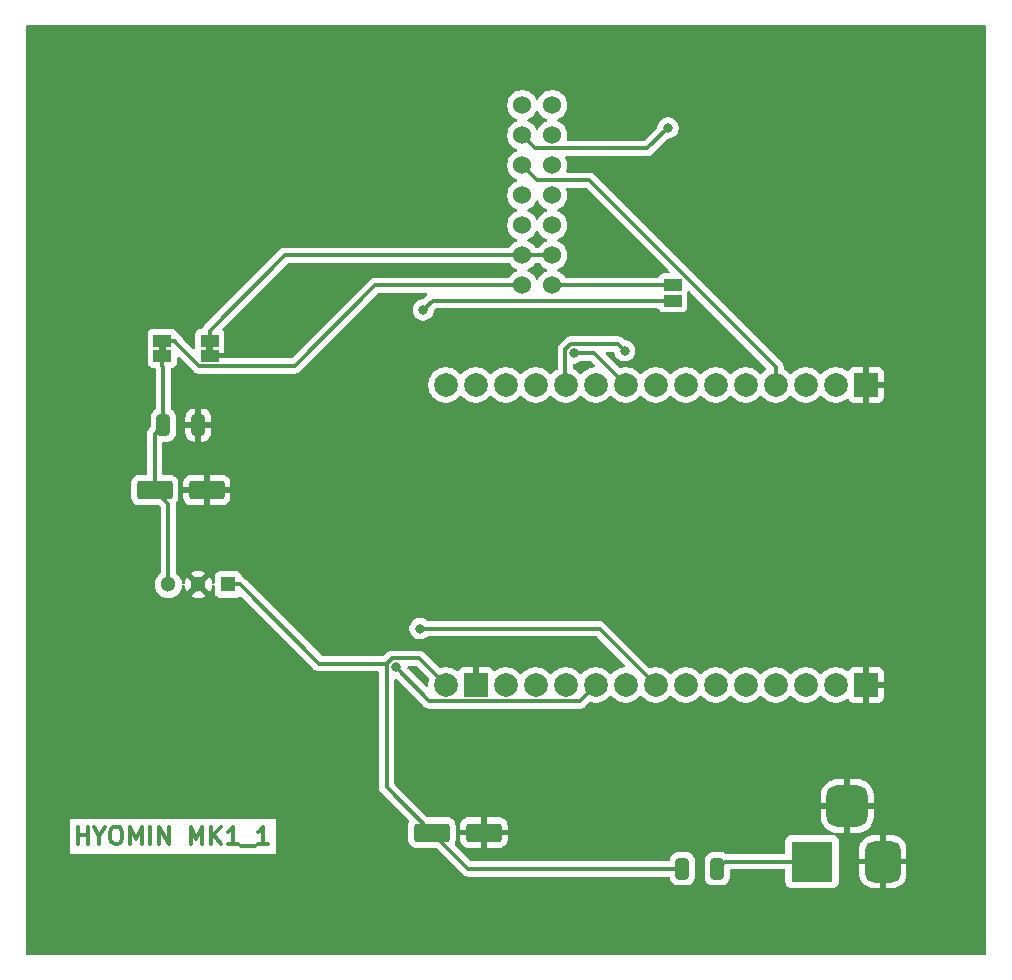
<source format=gbr>
%TF.GenerationSoftware,KiCad,Pcbnew,9.0.0-9.0.0-2~ubuntu24.04.1*%
%TF.CreationDate,2025-04-06T07:06:59+03:00*%
%TF.ProjectId,InterfaceBoard_Transciever3,496e7465-7266-4616-9365-426f6172645f,rev?*%
%TF.SameCoordinates,Original*%
%TF.FileFunction,Copper,L1,Top*%
%TF.FilePolarity,Positive*%
%FSLAX46Y46*%
G04 Gerber Fmt 4.6, Leading zero omitted, Abs format (unit mm)*
G04 Created by KiCad (PCBNEW 9.0.0-9.0.0-2~ubuntu24.04.1) date 2025-04-06 07:06:59*
%MOMM*%
%LPD*%
G01*
G04 APERTURE LIST*
G04 Aperture macros list*
%AMRoundRect*
0 Rectangle with rounded corners*
0 $1 Rounding radius*
0 $2 $3 $4 $5 $6 $7 $8 $9 X,Y pos of 4 corners*
0 Add a 4 corners polygon primitive as box body*
4,1,4,$2,$3,$4,$5,$6,$7,$8,$9,$2,$3,0*
0 Add four circle primitives for the rounded corners*
1,1,$1+$1,$2,$3*
1,1,$1+$1,$4,$5*
1,1,$1+$1,$6,$7*
1,1,$1+$1,$8,$9*
0 Add four rect primitives between the rounded corners*
20,1,$1+$1,$2,$3,$4,$5,0*
20,1,$1+$1,$4,$5,$6,$7,0*
20,1,$1+$1,$6,$7,$8,$9,0*
20,1,$1+$1,$8,$9,$2,$3,0*%
G04 Aperture macros list end*
%ADD10C,0.300000*%
%TA.AperFunction,NonConductor*%
%ADD11C,0.300000*%
%TD*%
%TA.AperFunction,EtchedComponent*%
%ADD12C,0.000000*%
%TD*%
%TA.AperFunction,SMDPad,CuDef*%
%ADD13R,1.500000X1.000000*%
%TD*%
%TA.AperFunction,SMDPad,CuDef*%
%ADD14RoundRect,0.250000X-1.250000X-0.550000X1.250000X-0.550000X1.250000X0.550000X-1.250000X0.550000X0*%
%TD*%
%TA.AperFunction,SMDPad,CuDef*%
%ADD15RoundRect,0.250000X-0.325000X-0.650000X0.325000X-0.650000X0.325000X0.650000X-0.325000X0.650000X0*%
%TD*%
%TA.AperFunction,ComponentPad*%
%ADD16R,1.300000X1.300000*%
%TD*%
%TA.AperFunction,ComponentPad*%
%ADD17C,1.300000*%
%TD*%
%TA.AperFunction,ComponentPad*%
%ADD18C,1.524000*%
%TD*%
%TA.AperFunction,ComponentPad*%
%ADD19R,3.500000X3.500000*%
%TD*%
%TA.AperFunction,ComponentPad*%
%ADD20RoundRect,0.750000X0.750000X1.000000X-0.750000X1.000000X-0.750000X-1.000000X0.750000X-1.000000X0*%
%TD*%
%TA.AperFunction,ComponentPad*%
%ADD21RoundRect,0.875000X0.875000X0.875000X-0.875000X0.875000X-0.875000X-0.875000X0.875000X-0.875000X0*%
%TD*%
%TA.AperFunction,ComponentPad*%
%ADD22C,2.000000*%
%TD*%
%TA.AperFunction,ComponentPad*%
%ADD23R,2.000000X2.000000*%
%TD*%
%TA.AperFunction,ViaPad*%
%ADD24C,0.800000*%
%TD*%
%TA.AperFunction,ViaPad*%
%ADD25C,1.000000*%
%TD*%
%TA.AperFunction,Conductor*%
%ADD26C,0.300000*%
%TD*%
G04 APERTURE END LIST*
D10*
D11*
X121214510Y-125260828D02*
X121214510Y-123760828D01*
X121214510Y-124475114D02*
X122071653Y-124475114D01*
X122071653Y-125260828D02*
X122071653Y-123760828D01*
X123071654Y-124546542D02*
X123071654Y-125260828D01*
X122571654Y-123760828D02*
X123071654Y-124546542D01*
X123071654Y-124546542D02*
X123571654Y-123760828D01*
X124357368Y-123760828D02*
X124643082Y-123760828D01*
X124643082Y-123760828D02*
X124785939Y-123832257D01*
X124785939Y-123832257D02*
X124928796Y-123975114D01*
X124928796Y-123975114D02*
X125000225Y-124260828D01*
X125000225Y-124260828D02*
X125000225Y-124760828D01*
X125000225Y-124760828D02*
X124928796Y-125046542D01*
X124928796Y-125046542D02*
X124785939Y-125189400D01*
X124785939Y-125189400D02*
X124643082Y-125260828D01*
X124643082Y-125260828D02*
X124357368Y-125260828D01*
X124357368Y-125260828D02*
X124214511Y-125189400D01*
X124214511Y-125189400D02*
X124071653Y-125046542D01*
X124071653Y-125046542D02*
X124000225Y-124760828D01*
X124000225Y-124760828D02*
X124000225Y-124260828D01*
X124000225Y-124260828D02*
X124071653Y-123975114D01*
X124071653Y-123975114D02*
X124214511Y-123832257D01*
X124214511Y-123832257D02*
X124357368Y-123760828D01*
X125643082Y-125260828D02*
X125643082Y-123760828D01*
X125643082Y-123760828D02*
X126143082Y-124832257D01*
X126143082Y-124832257D02*
X126643082Y-123760828D01*
X126643082Y-123760828D02*
X126643082Y-125260828D01*
X127357368Y-125260828D02*
X127357368Y-123760828D01*
X128071654Y-125260828D02*
X128071654Y-123760828D01*
X128071654Y-123760828D02*
X128928797Y-125260828D01*
X128928797Y-125260828D02*
X128928797Y-123760828D01*
X130785940Y-125260828D02*
X130785940Y-123760828D01*
X130785940Y-123760828D02*
X131285940Y-124832257D01*
X131285940Y-124832257D02*
X131785940Y-123760828D01*
X131785940Y-123760828D02*
X131785940Y-125260828D01*
X132500226Y-125260828D02*
X132500226Y-123760828D01*
X133357369Y-125260828D02*
X132714512Y-124403685D01*
X133357369Y-123760828D02*
X132500226Y-124617971D01*
X134785941Y-125260828D02*
X133928798Y-125260828D01*
X134357369Y-125260828D02*
X134357369Y-123760828D01*
X134357369Y-123760828D02*
X134214512Y-123975114D01*
X134214512Y-123975114D02*
X134071655Y-124117971D01*
X134071655Y-124117971D02*
X133928798Y-124189400D01*
X135071655Y-125403685D02*
X136214512Y-125403685D01*
X137357369Y-125260828D02*
X136500226Y-125260828D01*
X136928797Y-125260828D02*
X136928797Y-123760828D01*
X136928797Y-123760828D02*
X136785940Y-123975114D01*
X136785940Y-123975114D02*
X136643083Y-124117971D01*
X136643083Y-124117971D02*
X136500226Y-124189400D01*
D12*
%TA.AperFunction,EtchedComponent*%
%TO.C,jump3v3*%
G36*
X128700000Y-83510000D02*
G01*
X128100000Y-83510000D01*
X128100000Y-83010000D01*
X128700000Y-83010000D01*
X128700000Y-83510000D01*
G37*
%TD.AperFunction*%
%TA.AperFunction,EtchedComponent*%
%TO.C,jumpgnd*%
G36*
X132700000Y-83510000D02*
G01*
X132100000Y-83510000D01*
X132100000Y-83010000D01*
X132700000Y-83010000D01*
X132700000Y-83510000D01*
G37*
%TD.AperFunction*%
%TD*%
D13*
%TO.P,solderjump5V,1*%
%TO.N,L5V*%
X171600000Y-77930000D03*
%TO.P,solderjump5V,2*%
%TO.N,5V*%
X171600000Y-79230000D03*
%TD*%
%TO.P,jump3v3,1*%
%TO.N,3V3*%
X128400000Y-83910000D03*
%TO.P,jump3v3,2*%
%TO.N,L3V3*%
X128400000Y-82610000D03*
%TD*%
%TO.P,jumpgnd,1*%
%TO.N,GND*%
X132400000Y-83910000D03*
%TO.P,jumpgnd,2*%
%TO.N,LGND*%
X132400000Y-82610000D03*
%TD*%
D14*
%TO.P,C2_1206_10uf,1*%
%TO.N,3V3*%
X127755000Y-95260000D03*
%TO.P,C2_1206_10uf,2*%
%TO.N,GND*%
X132155000Y-95260000D03*
%TD*%
D15*
%TO.P,R2_1206,1*%
%TO.N,5V*%
X172425000Y-127340000D03*
%TO.P,R2_1206,2*%
%TO.N,5VEXT*%
X175375000Y-127340000D03*
%TD*%
D14*
%TO.P,C1_1206_10uf,1*%
%TO.N,5V*%
X151225000Y-124260000D03*
%TO.P,C1_1206_10uf,2*%
%TO.N,GND*%
X155625000Y-124260000D03*
%TD*%
D15*
%TO.P,C2_1206_10nf,1*%
%TO.N,3V3*%
X128480000Y-89760000D03*
%TO.P,C2_1206_10nf,2*%
%TO.N,GND*%
X131430000Y-89760000D03*
%TD*%
D16*
%TO.P,REGULATOR5V,1*%
%TO.N,5V*%
X133980000Y-103260000D03*
D17*
%TO.P,REGULATOR5V,2*%
%TO.N,GND*%
X131440000Y-103260000D03*
%TO.P,REGULATOR5V,3*%
%TO.N,3V3*%
X128900000Y-103260000D03*
%TD*%
D18*
%TO.P,LoRaType3,1*%
%TO.N,LSCK*%
X158860000Y-62680000D03*
%TO.P,LoRaType3,2*%
%TO.N,LMISO*%
X158860000Y-65220000D03*
%TO.P,LoRaType3,3*%
%TO.N,LMOSI*%
X158860000Y-67760000D03*
%TO.P,LoRaType3,4*%
%TO.N,LNSS*%
X158860000Y-70300000D03*
%TO.P,LoRaType3,5*%
%TO.N,LRST*%
X158860000Y-72840000D03*
%TO.P,LoRaType3,6*%
%TO.N,LGND*%
X158860000Y-75380000D03*
%TO.P,LoRaType3,7*%
%TO.N,L3V3*%
X158860000Y-77920000D03*
%TO.P,LoRaType3,8*%
%TO.N,L5V*%
X161400000Y-77920000D03*
%TO.P,LoRaType3,9*%
%TO.N,LGND*%
X161400000Y-75380000D03*
%TO.P,LoRaType3,10*%
%TO.N,DI3*%
X161400000Y-72840000D03*
%TO.P,LoRaType3,11*%
%TO.N,DI2*%
X161400000Y-70300000D03*
%TO.P,LoRaType3,12*%
%TO.N,DI1*%
X161400000Y-67760000D03*
%TO.P,LoRaType3,13*%
%TO.N,DI0*%
X161400000Y-65220000D03*
%TO.P,LoRaType3,14*%
%TO.N,DI4*%
X161400000Y-62680000D03*
%TD*%
D19*
%TO.P,BarrelJack_Horizontal,1*%
%TO.N,5VEXT*%
X183400000Y-126717500D03*
D20*
%TO.P,BarrelJack_Horizontal,2*%
%TO.N,GND*%
X189400000Y-126717500D03*
D21*
%TO.P,BarrelJack_Horizontal,3*%
X186400000Y-122017500D03*
%TD*%
D22*
%TO.P,ESP32C6,0*%
%TO.N,DI4*%
X170180000Y-86360000D03*
%TO.P,ESP32C6,1*%
%TO.N,DI3*%
X167640000Y-86360000D03*
%TO.P,ESP32C6,2*%
%TO.N,N/C*%
X185420000Y-111760000D03*
%TO.P,ESP32C6,3*%
X182880000Y-111760000D03*
%TO.P,ESP32C6,3V3*%
%TO.N,3V3_2*%
X185420000Y-86360000D03*
%TO.P,ESP32C6,4*%
%TO.N,LMOSI*%
X180340000Y-86360000D03*
%TO.P,ESP32C6,5*%
%TO.N,N/C*%
X177800000Y-86360000D03*
%TO.P,ESP32C6,5V*%
%TO.N,5V_2*%
X152400000Y-86360000D03*
%TO.N,5V*%
X152400000Y-111760000D03*
%TO.P,ESP32C6,6*%
%TO.N,LMISO*%
X175260000Y-86360000D03*
%TO.P,ESP32C6,7*%
%TO.N,N/C*%
X172720000Y-86360000D03*
%TO.P,ESP32C6,8*%
%TO.N,DI2*%
X165100000Y-86360000D03*
%TO.P,ESP32C6,9*%
%TO.N,N/C*%
X157480000Y-111760000D03*
%TO.P,ESP32C6,10*%
%TO.N,DI1*%
X162560000Y-86360000D03*
%TO.P,ESP32C6,11*%
%TO.N,DI0*%
X160020000Y-86360000D03*
%TO.P,ESP32C6,12*%
%TO.N,N/C*%
X157480000Y-86360000D03*
%TO.P,ESP32C6,13*%
X154940000Y-86360000D03*
%TO.P,ESP32C6,15*%
X175260000Y-111760000D03*
%TO.P,ESP32C6,18*%
%TO.N,LRST*%
X160020000Y-111760000D03*
%TO.P,ESP32C6,19*%
%TO.N,N/C*%
X162560000Y-111760000D03*
%TO.P,ESP32C6,20*%
%TO.N,LSCK*%
X165100000Y-111760000D03*
%TO.P,ESP32C6,21*%
%TO.N,N/C*%
X167640000Y-111760000D03*
%TO.P,ESP32C6,22*%
%TO.N,LNSS*%
X170180000Y-111760000D03*
%TO.P,ESP32C6,23*%
%TO.N,N/C*%
X172720000Y-111760000D03*
D23*
%TO.P,ESP32C6,GND*%
%TO.N,GND*%
X154940000Y-111760000D03*
X187960000Y-86360000D03*
X187960000Y-111760000D03*
D22*
%TO.P,ESP32C6,RST*%
%TO.N,N/C*%
X182880000Y-86360000D03*
%TO.P,ESP32C6,RX*%
X177800000Y-111760000D03*
%TO.P,ESP32C6,TX*%
X180340000Y-111760000D03*
%TD*%
D24*
%TO.N,5V*%
X150485800Y-80012600D03*
D25*
%TO.N,GND*%
X155000000Y-97000000D03*
X122000000Y-98000000D03*
X170000000Y-120000000D03*
X175500000Y-67500000D03*
X131000000Y-131000000D03*
X194000000Y-80000000D03*
X139000000Y-67000000D03*
X166000000Y-97500000D03*
X194500000Y-114500000D03*
X194500000Y-96500000D03*
X162500000Y-115500000D03*
X182500000Y-97500000D03*
X122000000Y-67000000D03*
X194000000Y-67500000D03*
X139500000Y-93500000D03*
X179000000Y-115500000D03*
X122000000Y-80000000D03*
X131000000Y-74500000D03*
X171000000Y-103500000D03*
X122500000Y-116000000D03*
X149000000Y-67000000D03*
X131000000Y-120000000D03*
X162000000Y-131000000D03*
X139500000Y-116500000D03*
X171000000Y-92000000D03*
D24*
%TO.N,DI1*%
X167545500Y-83474400D03*
%TO.N,DI3*%
X163278800Y-83651500D03*
%TO.N,LSCK*%
X148151500Y-110264900D03*
%TO.N,LMISO*%
X171213700Y-64595400D03*
%TO.N,LNSS*%
X150204600Y-106992700D03*
%TD*%
D26*
%TO.N,5V*%
X150153200Y-109513200D02*
X147840300Y-109513200D01*
X147840300Y-109513200D02*
X147399800Y-109953700D01*
X172425000Y-127340000D02*
X154305000Y-127340000D01*
X147399800Y-109953700D02*
X141675400Y-109953700D01*
X171600000Y-79230000D02*
X151268400Y-79230000D01*
X133980000Y-103260000D02*
X134981700Y-103260000D01*
X151268400Y-79230000D02*
X150485800Y-80012600D01*
X147399800Y-120434800D02*
X151225000Y-124260000D01*
X141675400Y-109953700D02*
X134981700Y-103260000D01*
X147399800Y-109953700D02*
X147399800Y-120434800D01*
X152400000Y-111760000D02*
X150153200Y-109513200D01*
X154305000Y-127340000D02*
X151225000Y-124260000D01*
%TO.N,3V3*%
X128400000Y-83910000D02*
X128400000Y-84761700D01*
X128480000Y-84841700D02*
X128480000Y-89760000D01*
X127755000Y-90485000D02*
X127755000Y-95260000D01*
X128480000Y-89760000D02*
X127755000Y-90485000D01*
X128900000Y-103260000D02*
X128900000Y-96405000D01*
X128400000Y-84761700D02*
X128480000Y-84841700D01*
X128900000Y-96405000D02*
X127755000Y-95260000D01*
%TO.N,5VEXT*%
X175997500Y-126717500D02*
X175375000Y-127340000D01*
X183400000Y-126717500D02*
X175997500Y-126717500D01*
%TO.N,DI1*%
X162560000Y-86360000D02*
X162527000Y-86327000D01*
X162527000Y-86327000D02*
X162527000Y-83328100D01*
X162527000Y-83328100D02*
X162955400Y-82899700D01*
X166970800Y-82899700D02*
X167545500Y-83474400D01*
X162955400Y-82899700D02*
X166970800Y-82899700D01*
%TO.N,DI3*%
X167640000Y-86360000D02*
X164931500Y-83651500D01*
X164931500Y-83651500D02*
X163278800Y-83651500D01*
%TO.N,LSCK*%
X150998300Y-113111700D02*
X163748300Y-113111700D01*
X163748300Y-113111700D02*
X165100000Y-111760000D01*
X148151500Y-110264900D02*
X150998300Y-113111700D01*
%TO.N,LMISO*%
X169468200Y-66340900D02*
X171213700Y-64595400D01*
X159980900Y-66340900D02*
X169468200Y-66340900D01*
X158860000Y-65220000D02*
X159980900Y-66340900D01*
%TO.N,LMOSI*%
X180340000Y-86360000D02*
X180340000Y-84828500D01*
X180340000Y-84828500D02*
X164541500Y-69030000D01*
X164541500Y-69030000D02*
X160130000Y-69030000D01*
X160130000Y-69030000D02*
X158860000Y-67760000D01*
%TO.N,LNSS*%
X150204600Y-106992700D02*
X165412700Y-106992700D01*
X165412700Y-106992700D02*
X170180000Y-111760000D01*
%TO.N,L5V*%
X161400000Y-77920000D02*
X170488300Y-77920000D01*
X170488300Y-77920000D02*
X170498300Y-77930000D01*
X171600000Y-77930000D02*
X170498300Y-77930000D01*
%TO.N,L3V3*%
X129501700Y-82610000D02*
X129501700Y-82759100D01*
X139594500Y-84761700D02*
X146436200Y-77920000D01*
X129501700Y-82759100D02*
X131504300Y-84761700D01*
X146436200Y-77920000D02*
X158860000Y-77920000D01*
X131504300Y-84761700D02*
X139594500Y-84761700D01*
X128400000Y-82610000D02*
X129501700Y-82610000D01*
%TO.N,LGND*%
X132400000Y-82610000D02*
X132400000Y-81758300D01*
X161400000Y-75380000D02*
X158860000Y-75380000D01*
X138778300Y-75380000D02*
X132400000Y-81758300D01*
X158860000Y-75380000D02*
X138778300Y-75380000D01*
%TD*%
%TA.AperFunction,Conductor*%
%TO.N,GND*%
G36*
X157714148Y-76032041D02*
G01*
X157719510Y-76030955D01*
X157747314Y-76041780D01*
X157775938Y-76050185D01*
X157780872Y-76054845D01*
X157784619Y-76056304D01*
X157809217Y-76081615D01*
X157897019Y-76202464D01*
X158037536Y-76342981D01*
X158198306Y-76459787D01*
X158316832Y-76520179D01*
X158354780Y-76539515D01*
X158405576Y-76587490D01*
X158422371Y-76655311D01*
X158399833Y-76721446D01*
X158354780Y-76760485D01*
X158198305Y-76840213D01*
X158037533Y-76957021D01*
X157897021Y-77097533D01*
X157897016Y-77097539D01*
X157809217Y-77218385D01*
X157753887Y-77261051D01*
X157708899Y-77269500D01*
X146372129Y-77269500D01*
X146246461Y-77294497D01*
X146246455Y-77294499D01*
X146128074Y-77343534D01*
X146021526Y-77414726D01*
X146021525Y-77414727D01*
X139361373Y-84074881D01*
X139300050Y-84108366D01*
X139273692Y-84111200D01*
X132524000Y-84111200D01*
X132515314Y-84108649D01*
X132506353Y-84109938D01*
X132482312Y-84098959D01*
X132456961Y-84091515D01*
X132451033Y-84084674D01*
X132442797Y-84080913D01*
X132428507Y-84058678D01*
X132411206Y-84038711D01*
X132408918Y-84028196D01*
X132405023Y-84022135D01*
X132400000Y-83987200D01*
X132400000Y-83784000D01*
X132419685Y-83716961D01*
X132472489Y-83671206D01*
X132524000Y-83660000D01*
X133650000Y-83660000D01*
X133650000Y-83362172D01*
X133649999Y-83362155D01*
X133643598Y-83302627D01*
X133641814Y-83295076D01*
X133643459Y-83294687D01*
X133639143Y-83234361D01*
X133644058Y-83217619D01*
X133644091Y-83217481D01*
X133648430Y-83177122D01*
X133650500Y-83157873D01*
X133650499Y-82062128D01*
X133644091Y-82002517D01*
X133636501Y-81982168D01*
X133593797Y-81867671D01*
X133593793Y-81867664D01*
X133507547Y-81752455D01*
X133504349Y-81749257D01*
X133470864Y-81687934D01*
X133475848Y-81618242D01*
X133504347Y-81573897D01*
X139011427Y-76066819D01*
X139072750Y-76033334D01*
X139099108Y-76030500D01*
X157708899Y-76030500D01*
X157714148Y-76032041D01*
G37*
%TD.AperFunction*%
%TA.AperFunction,Conductor*%
G36*
X198063039Y-55899685D02*
G01*
X198108794Y-55952489D01*
X198120000Y-56004000D01*
X198120000Y-134496000D01*
X198100315Y-134563039D01*
X198047511Y-134608794D01*
X197996000Y-134620000D01*
X116964000Y-134620000D01*
X116896961Y-134600315D01*
X116851206Y-134547511D01*
X116840000Y-134496000D01*
X116840000Y-126059185D01*
X120559010Y-126059185D01*
X138012869Y-126059185D01*
X138012869Y-123102484D01*
X120559010Y-123102484D01*
X120559010Y-126059185D01*
X116840000Y-126059185D01*
X116840000Y-94659983D01*
X125754500Y-94659983D01*
X125754500Y-95860001D01*
X125754501Y-95860018D01*
X125765000Y-95962796D01*
X125765001Y-95962799D01*
X125820115Y-96129119D01*
X125820186Y-96129334D01*
X125912288Y-96278656D01*
X126036344Y-96402712D01*
X126185666Y-96494814D01*
X126352203Y-96549999D01*
X126454991Y-96560500D01*
X128084191Y-96560499D01*
X128113631Y-96569143D01*
X128143618Y-96575667D01*
X128148633Y-96579421D01*
X128151230Y-96580184D01*
X128171872Y-96596818D01*
X128213181Y-96638127D01*
X128246666Y-96699450D01*
X128249500Y-96725808D01*
X128249500Y-102247337D01*
X128229815Y-102314376D01*
X128198386Y-102347654D01*
X128150505Y-102382442D01*
X128150496Y-102382449D01*
X128022445Y-102510500D01*
X128022441Y-102510505D01*
X127916006Y-102657002D01*
X127833788Y-102818360D01*
X127833787Y-102818363D01*
X127777829Y-102990589D01*
X127749500Y-103169448D01*
X127749500Y-103350551D01*
X127777829Y-103529410D01*
X127833787Y-103701636D01*
X127833788Y-103701639D01*
X127889664Y-103811300D01*
X127915869Y-103862730D01*
X127916006Y-103862997D01*
X128022441Y-104009494D01*
X128022445Y-104009499D01*
X128150500Y-104137554D01*
X128150505Y-104137558D01*
X128265068Y-104220792D01*
X128297006Y-104243996D01*
X128382132Y-104287370D01*
X128458360Y-104326211D01*
X128458363Y-104326212D01*
X128543251Y-104353793D01*
X128630591Y-104382171D01*
X128713429Y-104395291D01*
X128809449Y-104410500D01*
X128809454Y-104410500D01*
X128990551Y-104410500D01*
X129077259Y-104396765D01*
X129169409Y-104382171D01*
X129341639Y-104326211D01*
X129502994Y-104243996D01*
X129519388Y-104232085D01*
X130821466Y-104232085D01*
X130821466Y-104232086D01*
X130837267Y-104243566D01*
X130837275Y-104243571D01*
X130998552Y-104325747D01*
X130998555Y-104325748D01*
X131170706Y-104381682D01*
X131349494Y-104410000D01*
X131530506Y-104410000D01*
X131709293Y-104381682D01*
X131881444Y-104325748D01*
X131881452Y-104325745D01*
X132042730Y-104243568D01*
X132058532Y-104232085D01*
X132058533Y-104232085D01*
X131440001Y-103613553D01*
X131440000Y-103613553D01*
X130821466Y-104232085D01*
X129519388Y-104232085D01*
X129649501Y-104137553D01*
X129777553Y-104009501D01*
X129883996Y-103862994D01*
X129966211Y-103701639D01*
X130022171Y-103529409D01*
X130047780Y-103367720D01*
X130077709Y-103304585D01*
X130137021Y-103267654D01*
X130206883Y-103268652D01*
X130265116Y-103307262D01*
X130292726Y-103367720D01*
X130318317Y-103529293D01*
X130374251Y-103701444D01*
X130374252Y-103701447D01*
X130456431Y-103862730D01*
X130467913Y-103878532D01*
X130467913Y-103878533D01*
X131086446Y-103260001D01*
X131086446Y-103259999D01*
X131040369Y-103213922D01*
X131090000Y-103213922D01*
X131090000Y-103306078D01*
X131113852Y-103395095D01*
X131159930Y-103474905D01*
X131225095Y-103540070D01*
X131304905Y-103586148D01*
X131393922Y-103610000D01*
X131486078Y-103610000D01*
X131575095Y-103586148D01*
X131654905Y-103540070D01*
X131720070Y-103474905D01*
X131766148Y-103395095D01*
X131790000Y-103306078D01*
X131790000Y-103259999D01*
X131793553Y-103259999D01*
X131793553Y-103260001D01*
X132412085Y-103878533D01*
X132412085Y-103878532D01*
X132423568Y-103862730D01*
X132505745Y-103701452D01*
X132505748Y-103701444D01*
X132561683Y-103529292D01*
X132583027Y-103394529D01*
X132612956Y-103331394D01*
X132672267Y-103294462D01*
X132742130Y-103295460D01*
X132800363Y-103334069D01*
X132828477Y-103398033D01*
X132829500Y-103413926D01*
X132829500Y-103957870D01*
X132829501Y-103957876D01*
X132835908Y-104017483D01*
X132886202Y-104152328D01*
X132886206Y-104152335D01*
X132972452Y-104267544D01*
X132972455Y-104267547D01*
X133087664Y-104353793D01*
X133087671Y-104353797D01*
X133222517Y-104404091D01*
X133222516Y-104404091D01*
X133229444Y-104404835D01*
X133282127Y-104410500D01*
X134677872Y-104410499D01*
X134737483Y-104404091D01*
X134872331Y-104353796D01*
X134948286Y-104296935D01*
X135013747Y-104272519D01*
X135082020Y-104287370D01*
X135110276Y-104308522D01*
X141260726Y-110458973D01*
X141260729Y-110458976D01*
X141363375Y-110527561D01*
X141365361Y-110528887D01*
X141367273Y-110530165D01*
X141485656Y-110579201D01*
X141485660Y-110579201D01*
X141485661Y-110579202D01*
X141611328Y-110604200D01*
X141611331Y-110604200D01*
X146625300Y-110604200D01*
X146692339Y-110623885D01*
X146738094Y-110676689D01*
X146749300Y-110728200D01*
X146749300Y-120498869D01*
X146749300Y-120498871D01*
X146749299Y-120498871D01*
X146774297Y-120624538D01*
X146774299Y-120624544D01*
X146823334Y-120742925D01*
X146894526Y-120849473D01*
X146894527Y-120849474D01*
X149276377Y-123231323D01*
X149309862Y-123292646D01*
X149304878Y-123362338D01*
X149294240Y-123384092D01*
X149290188Y-123390662D01*
X149290186Y-123390665D01*
X149290115Y-123390880D01*
X149235001Y-123557203D01*
X149235001Y-123557204D01*
X149235000Y-123557204D01*
X149224500Y-123659983D01*
X149224500Y-124860001D01*
X149224501Y-124860018D01*
X149235000Y-124962796D01*
X149235001Y-124962799D01*
X149290185Y-125129331D01*
X149290187Y-125129336D01*
X149307658Y-125157661D01*
X149382288Y-125278656D01*
X149506344Y-125402712D01*
X149655666Y-125494814D01*
X149822203Y-125549999D01*
X149924991Y-125560500D01*
X151554191Y-125560499D01*
X151621230Y-125580184D01*
X151641872Y-125596818D01*
X153890325Y-127845272D01*
X153890326Y-127845273D01*
X153890329Y-127845275D01*
X153890331Y-127845277D01*
X153996873Y-127916465D01*
X154115256Y-127965501D01*
X154115260Y-127965501D01*
X154115261Y-127965502D01*
X154240928Y-127990500D01*
X154240931Y-127990500D01*
X154369069Y-127990500D01*
X171232465Y-127990500D01*
X171299504Y-128010185D01*
X171345259Y-128062989D01*
X171355823Y-128101898D01*
X171360001Y-128142797D01*
X171360001Y-128142799D01*
X171384755Y-128217500D01*
X171415186Y-128309334D01*
X171507288Y-128458656D01*
X171631344Y-128582712D01*
X171780666Y-128674814D01*
X171947203Y-128729999D01*
X172049991Y-128740500D01*
X172800008Y-128740499D01*
X172800016Y-128740498D01*
X172800019Y-128740498D01*
X172856302Y-128734748D01*
X172902797Y-128729999D01*
X173069334Y-128674814D01*
X173218656Y-128582712D01*
X173342712Y-128458656D01*
X173434814Y-128309334D01*
X173489999Y-128142797D01*
X173500500Y-128040009D01*
X173500499Y-126639992D01*
X173500498Y-126639983D01*
X174299500Y-126639983D01*
X174299500Y-128040001D01*
X174299501Y-128040018D01*
X174310000Y-128142796D01*
X174310001Y-128142799D01*
X174334755Y-128217500D01*
X174365186Y-128309334D01*
X174457288Y-128458656D01*
X174581344Y-128582712D01*
X174730666Y-128674814D01*
X174897203Y-128729999D01*
X174999991Y-128740500D01*
X175750008Y-128740499D01*
X175750016Y-128740498D01*
X175750019Y-128740498D01*
X175806302Y-128734748D01*
X175852797Y-128729999D01*
X176019334Y-128674814D01*
X176168656Y-128582712D01*
X176292712Y-128458656D01*
X176384814Y-128309334D01*
X176439999Y-128142797D01*
X176450500Y-128040009D01*
X176450500Y-127492000D01*
X176470185Y-127424961D01*
X176522989Y-127379206D01*
X176574500Y-127368000D01*
X181025501Y-127368000D01*
X181092540Y-127387685D01*
X181138295Y-127440489D01*
X181149501Y-127492000D01*
X181149501Y-128515376D01*
X181155908Y-128574983D01*
X181206202Y-128709828D01*
X181206206Y-128709835D01*
X181292452Y-128825044D01*
X181292455Y-128825047D01*
X181407664Y-128911293D01*
X181407671Y-128911297D01*
X181542517Y-128961591D01*
X181542516Y-128961591D01*
X181549444Y-128962335D01*
X181602127Y-128968000D01*
X185197872Y-128967999D01*
X185257483Y-128961591D01*
X185392331Y-128911296D01*
X185507546Y-128825046D01*
X185593796Y-128709831D01*
X185644091Y-128574983D01*
X185650500Y-128515373D01*
X185650499Y-125653303D01*
X187400000Y-125653303D01*
X187400000Y-126467500D01*
X188900000Y-126467500D01*
X188900000Y-126967500D01*
X187400001Y-126967500D01*
X187400001Y-127781697D01*
X187410400Y-127913832D01*
X187465377Y-128132019D01*
X187558428Y-128336874D01*
X187558431Y-128336880D01*
X187686559Y-128521823D01*
X187686569Y-128521835D01*
X187845664Y-128680930D01*
X187845676Y-128680940D01*
X188030619Y-128809068D01*
X188030625Y-128809071D01*
X188235480Y-128902122D01*
X188453667Y-128957099D01*
X188585810Y-128967499D01*
X189149999Y-128967499D01*
X189150000Y-128967498D01*
X189150000Y-128150512D01*
X189207007Y-128183425D01*
X189334174Y-128217500D01*
X189465826Y-128217500D01*
X189592993Y-128183425D01*
X189650000Y-128150512D01*
X189650000Y-128967499D01*
X190214182Y-128967499D01*
X190214197Y-128967498D01*
X190346332Y-128957099D01*
X190564519Y-128902122D01*
X190769374Y-128809071D01*
X190769380Y-128809068D01*
X190954323Y-128680940D01*
X190954335Y-128680930D01*
X191113430Y-128521835D01*
X191113440Y-128521823D01*
X191241568Y-128336880D01*
X191241571Y-128336874D01*
X191334622Y-128132019D01*
X191389599Y-127913832D01*
X191399999Y-127781696D01*
X191400000Y-127781684D01*
X191400000Y-126967500D01*
X189900000Y-126967500D01*
X189900000Y-126467500D01*
X191399999Y-126467500D01*
X191399999Y-125653317D01*
X191399998Y-125653302D01*
X191389599Y-125521167D01*
X191334622Y-125302980D01*
X191241571Y-125098125D01*
X191241568Y-125098119D01*
X191113440Y-124913176D01*
X191113430Y-124913164D01*
X190954335Y-124754069D01*
X190954323Y-124754059D01*
X190769380Y-124625931D01*
X190769374Y-124625928D01*
X190564519Y-124532877D01*
X190346332Y-124477900D01*
X190214196Y-124467500D01*
X189650000Y-124467500D01*
X189650000Y-125284488D01*
X189592993Y-125251575D01*
X189465826Y-125217500D01*
X189334174Y-125217500D01*
X189207007Y-125251575D01*
X189150000Y-125284488D01*
X189150000Y-124467500D01*
X188585817Y-124467500D01*
X188585802Y-124467501D01*
X188453667Y-124477900D01*
X188235480Y-124532877D01*
X188030625Y-124625928D01*
X188030619Y-124625931D01*
X187845676Y-124754059D01*
X187845664Y-124754069D01*
X187686569Y-124913164D01*
X187686559Y-124913176D01*
X187558431Y-125098119D01*
X187558428Y-125098125D01*
X187465377Y-125302980D01*
X187410400Y-125521167D01*
X187400000Y-125653303D01*
X185650499Y-125653303D01*
X185650499Y-124919628D01*
X185644091Y-124860017D01*
X185644079Y-124859986D01*
X185593797Y-124725171D01*
X185593793Y-124725164D01*
X185507547Y-124609955D01*
X185507544Y-124609952D01*
X185392335Y-124523706D01*
X185392328Y-124523702D01*
X185343492Y-124505488D01*
X185287558Y-124463617D01*
X185263141Y-124398153D01*
X185277992Y-124329880D01*
X185327397Y-124280474D01*
X185393404Y-124265481D01*
X185431382Y-124267498D01*
X185431421Y-124267499D01*
X186149999Y-124267499D01*
X186150000Y-124267498D01*
X186150000Y-122517500D01*
X186650000Y-122517500D01*
X186650000Y-124267499D01*
X187368576Y-124267499D01*
X187368588Y-124267498D01*
X187421191Y-124264705D01*
X187650987Y-124220262D01*
X187869975Y-124137620D01*
X188071841Y-124019160D01*
X188071848Y-124019155D01*
X188250786Y-123868288D01*
X188250788Y-123868286D01*
X188401655Y-123689348D01*
X188401660Y-123689341D01*
X188520120Y-123487475D01*
X188602762Y-123268487D01*
X188647205Y-123038691D01*
X188647205Y-123038690D01*
X188649998Y-122986117D01*
X188650000Y-122986078D01*
X188650000Y-122267500D01*
X187833012Y-122267500D01*
X187865925Y-122210493D01*
X187900000Y-122083326D01*
X187900000Y-121951674D01*
X187865925Y-121824507D01*
X187833012Y-121767500D01*
X188649999Y-121767500D01*
X188649999Y-121048923D01*
X188649998Y-121048911D01*
X188647205Y-120996308D01*
X188602762Y-120766512D01*
X188520120Y-120547524D01*
X188401660Y-120345658D01*
X188401655Y-120345651D01*
X188250788Y-120166713D01*
X188250786Y-120166711D01*
X188071848Y-120015844D01*
X188071841Y-120015839D01*
X187869975Y-119897379D01*
X187650987Y-119814737D01*
X187421190Y-119770294D01*
X187368617Y-119767501D01*
X187368579Y-119767500D01*
X186650000Y-119767500D01*
X186650000Y-121517500D01*
X186150000Y-121517500D01*
X186150000Y-119767500D01*
X185431423Y-119767500D01*
X185431411Y-119767501D01*
X185378808Y-119770294D01*
X185149012Y-119814737D01*
X184930024Y-119897379D01*
X184728158Y-120015839D01*
X184728151Y-120015844D01*
X184549213Y-120166711D01*
X184549211Y-120166713D01*
X184398344Y-120345651D01*
X184398339Y-120345658D01*
X184279879Y-120547524D01*
X184197237Y-120766512D01*
X184152794Y-120996308D01*
X184152794Y-120996309D01*
X184150001Y-121048882D01*
X184150000Y-121048921D01*
X184150000Y-121767500D01*
X184966988Y-121767500D01*
X184934075Y-121824507D01*
X184900000Y-121951674D01*
X184900000Y-122083326D01*
X184934075Y-122210493D01*
X184966988Y-122267500D01*
X184150001Y-122267500D01*
X184150001Y-122986088D01*
X184152794Y-123038691D01*
X184197237Y-123268487D01*
X184279879Y-123487475D01*
X184398339Y-123689341D01*
X184398344Y-123689348D01*
X184549211Y-123868286D01*
X184549213Y-123868288D01*
X184728151Y-124019155D01*
X184728158Y-124019160D01*
X184930024Y-124137620D01*
X185149012Y-124220262D01*
X185154150Y-124221256D01*
X185216232Y-124253312D01*
X185251127Y-124313844D01*
X185247758Y-124383632D01*
X185207193Y-124440520D01*
X185142311Y-124466446D01*
X185130604Y-124467000D01*
X181602129Y-124467000D01*
X181602123Y-124467001D01*
X181542516Y-124473408D01*
X181407671Y-124523702D01*
X181407664Y-124523706D01*
X181292455Y-124609952D01*
X181292452Y-124609955D01*
X181206206Y-124725164D01*
X181206202Y-124725171D01*
X181155908Y-124860017D01*
X181149501Y-124919616D01*
X181149501Y-124919623D01*
X181149500Y-124919635D01*
X181149500Y-125943000D01*
X181129815Y-126010039D01*
X181077011Y-126055794D01*
X181025500Y-126067000D01*
X176154718Y-126067000D01*
X176089622Y-126048539D01*
X176019340Y-126005189D01*
X176019335Y-126005187D01*
X176019334Y-126005186D01*
X175852797Y-125950001D01*
X175852795Y-125950000D01*
X175750010Y-125939500D01*
X174999998Y-125939500D01*
X174999980Y-125939501D01*
X174897203Y-125950000D01*
X174897200Y-125950001D01*
X174730668Y-126005185D01*
X174730663Y-126005187D01*
X174581342Y-126097289D01*
X174457289Y-126221342D01*
X174365187Y-126370663D01*
X174365186Y-126370666D01*
X174310001Y-126537203D01*
X174310001Y-126537204D01*
X174310000Y-126537204D01*
X174299500Y-126639983D01*
X173500498Y-126639983D01*
X173489999Y-126537203D01*
X173434814Y-126370666D01*
X173342712Y-126221344D01*
X173218656Y-126097288D01*
X173069334Y-126005186D01*
X172902797Y-125950001D01*
X172902795Y-125950000D01*
X172800010Y-125939500D01*
X172049998Y-125939500D01*
X172049980Y-125939501D01*
X171947203Y-125950000D01*
X171947200Y-125950001D01*
X171780668Y-126005185D01*
X171780663Y-126005187D01*
X171631342Y-126097289D01*
X171507289Y-126221342D01*
X171415187Y-126370663D01*
X171415185Y-126370668D01*
X171360001Y-126537204D01*
X171360000Y-126537205D01*
X171355823Y-126578102D01*
X171329427Y-126642793D01*
X171272247Y-126682945D01*
X171232465Y-126689500D01*
X154625808Y-126689500D01*
X154558769Y-126669815D01*
X154538127Y-126653181D01*
X153173622Y-125288676D01*
X153140137Y-125227353D01*
X153145121Y-125157661D01*
X153155761Y-125135903D01*
X153159814Y-125129334D01*
X153214999Y-124962797D01*
X153225500Y-124860009D01*
X153225500Y-124859986D01*
X153625001Y-124859986D01*
X153635494Y-124962697D01*
X153690641Y-125129119D01*
X153690643Y-125129124D01*
X153782684Y-125278345D01*
X153906654Y-125402315D01*
X154055875Y-125494356D01*
X154055880Y-125494358D01*
X154222302Y-125549505D01*
X154222309Y-125549506D01*
X154325019Y-125559999D01*
X155374999Y-125559999D01*
X155875000Y-125559999D01*
X156924972Y-125559999D01*
X156924986Y-125559998D01*
X157027697Y-125549505D01*
X157194119Y-125494358D01*
X157194124Y-125494356D01*
X157343345Y-125402315D01*
X157467315Y-125278345D01*
X157559356Y-125129124D01*
X157559358Y-125129119D01*
X157614505Y-124962697D01*
X157614506Y-124962690D01*
X157624999Y-124859986D01*
X157625000Y-124859973D01*
X157625000Y-124510000D01*
X155875000Y-124510000D01*
X155875000Y-125559999D01*
X155374999Y-125559999D01*
X155375000Y-125559998D01*
X155375000Y-124510000D01*
X153625001Y-124510000D01*
X153625001Y-124859986D01*
X153225500Y-124859986D01*
X153225499Y-124253312D01*
X153225499Y-123660013D01*
X153625000Y-123660013D01*
X153625000Y-124010000D01*
X155375000Y-124010000D01*
X155875000Y-124010000D01*
X157624999Y-124010000D01*
X157624999Y-123660028D01*
X157624998Y-123660013D01*
X157614505Y-123557302D01*
X157559358Y-123390880D01*
X157559356Y-123390875D01*
X157467315Y-123241654D01*
X157343345Y-123117684D01*
X157194124Y-123025643D01*
X157194119Y-123025641D01*
X157027697Y-122970494D01*
X157027690Y-122970493D01*
X156924986Y-122960000D01*
X155875000Y-122960000D01*
X155875000Y-124010000D01*
X155375000Y-124010000D01*
X155375000Y-122960000D01*
X154325028Y-122960000D01*
X154325012Y-122960001D01*
X154222302Y-122970494D01*
X154055880Y-123025641D01*
X154055875Y-123025643D01*
X153906654Y-123117684D01*
X153782684Y-123241654D01*
X153690643Y-123390875D01*
X153690641Y-123390880D01*
X153635494Y-123557302D01*
X153635493Y-123557309D01*
X153625000Y-123660013D01*
X153225499Y-123660013D01*
X153225499Y-123659998D01*
X153225498Y-123659981D01*
X153214999Y-123557203D01*
X153214998Y-123557200D01*
X153191893Y-123487475D01*
X153159814Y-123390666D01*
X153067712Y-123241344D01*
X152943656Y-123117288D01*
X152794334Y-123025186D01*
X152627797Y-122970001D01*
X152627795Y-122970000D01*
X152525016Y-122959500D01*
X152525009Y-122959500D01*
X150895808Y-122959500D01*
X150828769Y-122939815D01*
X150808127Y-122923181D01*
X148086619Y-120201673D01*
X148053134Y-120140350D01*
X148050300Y-120113992D01*
X148050300Y-111383007D01*
X148069985Y-111315968D01*
X148122789Y-111270213D01*
X148191947Y-111260269D01*
X148255503Y-111289294D01*
X148261967Y-111295313D01*
X150493024Y-113526369D01*
X150583629Y-113616974D01*
X150583632Y-113616977D01*
X150690166Y-113688161D01*
X150690172Y-113688164D01*
X150690173Y-113688165D01*
X150808556Y-113737201D01*
X150808560Y-113737201D01*
X150808561Y-113737202D01*
X150934228Y-113762200D01*
X150934231Y-113762200D01*
X163812371Y-113762200D01*
X163896915Y-113745382D01*
X163938044Y-113737201D01*
X164056427Y-113688165D01*
X164162969Y-113616977D01*
X164549808Y-113230136D01*
X164611127Y-113196654D01*
X164675802Y-113199888D01*
X164748632Y-113223553D01*
X164865270Y-113242026D01*
X164981903Y-113260500D01*
X164981908Y-113260500D01*
X165218097Y-113260500D01*
X165451368Y-113223553D01*
X165675992Y-113150568D01*
X165886433Y-113043343D01*
X166077510Y-112904517D01*
X166244517Y-112737510D01*
X166269682Y-112702872D01*
X166325011Y-112660207D01*
X166394625Y-112654228D01*
X166456420Y-112686833D01*
X166470315Y-112702870D01*
X166495483Y-112737510D01*
X166662490Y-112904517D01*
X166853567Y-113043343D01*
X166952991Y-113094002D01*
X167064003Y-113150566D01*
X167064005Y-113150566D01*
X167064008Y-113150568D01*
X167143535Y-113176408D01*
X167288631Y-113223553D01*
X167521903Y-113260500D01*
X167521908Y-113260500D01*
X167758097Y-113260500D01*
X167991368Y-113223553D01*
X168215992Y-113150568D01*
X168426433Y-113043343D01*
X168617510Y-112904517D01*
X168784517Y-112737510D01*
X168809682Y-112702872D01*
X168865011Y-112660207D01*
X168934625Y-112654228D01*
X168996420Y-112686833D01*
X169010315Y-112702870D01*
X169035483Y-112737510D01*
X169202490Y-112904517D01*
X169393567Y-113043343D01*
X169492991Y-113094002D01*
X169604003Y-113150566D01*
X169604005Y-113150566D01*
X169604008Y-113150568D01*
X169683535Y-113176408D01*
X169828631Y-113223553D01*
X170061903Y-113260500D01*
X170061908Y-113260500D01*
X170298097Y-113260500D01*
X170531368Y-113223553D01*
X170755992Y-113150568D01*
X170966433Y-113043343D01*
X171157510Y-112904517D01*
X171324517Y-112737510D01*
X171349682Y-112702872D01*
X171405011Y-112660207D01*
X171474625Y-112654228D01*
X171536420Y-112686833D01*
X171550315Y-112702870D01*
X171575483Y-112737510D01*
X171742490Y-112904517D01*
X171933567Y-113043343D01*
X172032991Y-113094002D01*
X172144003Y-113150566D01*
X172144005Y-113150566D01*
X172144008Y-113150568D01*
X172223535Y-113176408D01*
X172368631Y-113223553D01*
X172601903Y-113260500D01*
X172601908Y-113260500D01*
X172838097Y-113260500D01*
X173071368Y-113223553D01*
X173295992Y-113150568D01*
X173506433Y-113043343D01*
X173697510Y-112904517D01*
X173864517Y-112737510D01*
X173889682Y-112702872D01*
X173945011Y-112660207D01*
X174014625Y-112654228D01*
X174076420Y-112686833D01*
X174090315Y-112702870D01*
X174115483Y-112737510D01*
X174282490Y-112904517D01*
X174473567Y-113043343D01*
X174572991Y-113094002D01*
X174684003Y-113150566D01*
X174684005Y-113150566D01*
X174684008Y-113150568D01*
X174763535Y-113176408D01*
X174908631Y-113223553D01*
X175141903Y-113260500D01*
X175141908Y-113260500D01*
X175378097Y-113260500D01*
X175611368Y-113223553D01*
X175835992Y-113150568D01*
X176046433Y-113043343D01*
X176237510Y-112904517D01*
X176404517Y-112737510D01*
X176429682Y-112702872D01*
X176485011Y-112660207D01*
X176554625Y-112654228D01*
X176616420Y-112686833D01*
X176630315Y-112702870D01*
X176655483Y-112737510D01*
X176822490Y-112904517D01*
X177013567Y-113043343D01*
X177112991Y-113094002D01*
X177224003Y-113150566D01*
X177224005Y-113150566D01*
X177224008Y-113150568D01*
X177303535Y-113176408D01*
X177448631Y-113223553D01*
X177681903Y-113260500D01*
X177681908Y-113260500D01*
X177918097Y-113260500D01*
X178151368Y-113223553D01*
X178375992Y-113150568D01*
X178586433Y-113043343D01*
X178777510Y-112904517D01*
X178944517Y-112737510D01*
X178969682Y-112702872D01*
X179025011Y-112660207D01*
X179094625Y-112654228D01*
X179156420Y-112686833D01*
X179170315Y-112702870D01*
X179195483Y-112737510D01*
X179362490Y-112904517D01*
X179553567Y-113043343D01*
X179652991Y-113094002D01*
X179764003Y-113150566D01*
X179764005Y-113150566D01*
X179764008Y-113150568D01*
X179843535Y-113176408D01*
X179988631Y-113223553D01*
X180221903Y-113260500D01*
X180221908Y-113260500D01*
X180458097Y-113260500D01*
X180691368Y-113223553D01*
X180915992Y-113150568D01*
X181126433Y-113043343D01*
X181317510Y-112904517D01*
X181484517Y-112737510D01*
X181509682Y-112702872D01*
X181565011Y-112660207D01*
X181634625Y-112654228D01*
X181696420Y-112686833D01*
X181710315Y-112702870D01*
X181735483Y-112737510D01*
X181902490Y-112904517D01*
X182093567Y-113043343D01*
X182192991Y-113094002D01*
X182304003Y-113150566D01*
X182304005Y-113150566D01*
X182304008Y-113150568D01*
X182383535Y-113176408D01*
X182528631Y-113223553D01*
X182761903Y-113260500D01*
X182761908Y-113260500D01*
X182998097Y-113260500D01*
X183231368Y-113223553D01*
X183455992Y-113150568D01*
X183666433Y-113043343D01*
X183857510Y-112904517D01*
X184024517Y-112737510D01*
X184049682Y-112702872D01*
X184105011Y-112660207D01*
X184174625Y-112654228D01*
X184236420Y-112686833D01*
X184250315Y-112702870D01*
X184275483Y-112737510D01*
X184442490Y-112904517D01*
X184633567Y-113043343D01*
X184732991Y-113094002D01*
X184844003Y-113150566D01*
X184844005Y-113150566D01*
X184844008Y-113150568D01*
X184923535Y-113176408D01*
X185068631Y-113223553D01*
X185301903Y-113260500D01*
X185301908Y-113260500D01*
X185538097Y-113260500D01*
X185771368Y-113223553D01*
X185995992Y-113150568D01*
X186206433Y-113043343D01*
X186330579Y-112953145D01*
X186396383Y-112929665D01*
X186464437Y-112945490D01*
X186512057Y-112994489D01*
X186512396Y-112994304D01*
X186513061Y-112995522D01*
X186513132Y-112995595D01*
X186513276Y-112995916D01*
X186516649Y-113002093D01*
X186602809Y-113117187D01*
X186602812Y-113117190D01*
X186717906Y-113203350D01*
X186717913Y-113203354D01*
X186852620Y-113253596D01*
X186852627Y-113253598D01*
X186912155Y-113259999D01*
X186912172Y-113260000D01*
X187710000Y-113260000D01*
X187710000Y-112193012D01*
X187767007Y-112225925D01*
X187894174Y-112260000D01*
X188025826Y-112260000D01*
X188152993Y-112225925D01*
X188210000Y-112193012D01*
X188210000Y-113260000D01*
X189007828Y-113260000D01*
X189007844Y-113259999D01*
X189067372Y-113253598D01*
X189067379Y-113253596D01*
X189202086Y-113203354D01*
X189202093Y-113203350D01*
X189317187Y-113117190D01*
X189317190Y-113117187D01*
X189403350Y-113002093D01*
X189403354Y-113002086D01*
X189453596Y-112867379D01*
X189453598Y-112867372D01*
X189459999Y-112807844D01*
X189460000Y-112807827D01*
X189460000Y-112010000D01*
X188393012Y-112010000D01*
X188425925Y-111952993D01*
X188460000Y-111825826D01*
X188460000Y-111694174D01*
X188425925Y-111567007D01*
X188393012Y-111510000D01*
X189460000Y-111510000D01*
X189460000Y-110712172D01*
X189459999Y-110712155D01*
X189453598Y-110652627D01*
X189453596Y-110652620D01*
X189403354Y-110517913D01*
X189403350Y-110517906D01*
X189317190Y-110402812D01*
X189317187Y-110402809D01*
X189202093Y-110316649D01*
X189202086Y-110316645D01*
X189067379Y-110266403D01*
X189067372Y-110266401D01*
X189007844Y-110260000D01*
X188210000Y-110260000D01*
X188210000Y-111326988D01*
X188152993Y-111294075D01*
X188025826Y-111260000D01*
X187894174Y-111260000D01*
X187767007Y-111294075D01*
X187710000Y-111326988D01*
X187710000Y-110260000D01*
X186912155Y-110260000D01*
X186852627Y-110266401D01*
X186852620Y-110266403D01*
X186717913Y-110316645D01*
X186717906Y-110316649D01*
X186602812Y-110402809D01*
X186602809Y-110402812D01*
X186516649Y-110517906D01*
X186512396Y-110525696D01*
X186509184Y-110523942D01*
X186477435Y-110566056D01*
X186411888Y-110590249D01*
X186343666Y-110575165D01*
X186330585Y-110566859D01*
X186206433Y-110476657D01*
X186171732Y-110458976D01*
X185995996Y-110369433D01*
X185771368Y-110296446D01*
X185538097Y-110259500D01*
X185538092Y-110259500D01*
X185301908Y-110259500D01*
X185301903Y-110259500D01*
X185068631Y-110296446D01*
X184844003Y-110369433D01*
X184633566Y-110476657D01*
X184524550Y-110555862D01*
X184442490Y-110615483D01*
X184442488Y-110615485D01*
X184442487Y-110615485D01*
X184275484Y-110782488D01*
X184250318Y-110817127D01*
X184194987Y-110859792D01*
X184125374Y-110865771D01*
X184063579Y-110833165D01*
X184049682Y-110817127D01*
X184024517Y-110782490D01*
X183857510Y-110615483D01*
X183666433Y-110476657D01*
X183631732Y-110458976D01*
X183455996Y-110369433D01*
X183231368Y-110296446D01*
X182998097Y-110259500D01*
X182998092Y-110259500D01*
X182761908Y-110259500D01*
X182761903Y-110259500D01*
X182528631Y-110296446D01*
X182304003Y-110369433D01*
X182093566Y-110476657D01*
X181984550Y-110555862D01*
X181902490Y-110615483D01*
X181902488Y-110615485D01*
X181902487Y-110615485D01*
X181735484Y-110782488D01*
X181710318Y-110817127D01*
X181654987Y-110859792D01*
X181585374Y-110865771D01*
X181523579Y-110833165D01*
X181509682Y-110817127D01*
X181484517Y-110782490D01*
X181317510Y-110615483D01*
X181126433Y-110476657D01*
X181091732Y-110458976D01*
X180915996Y-110369433D01*
X180691368Y-110296446D01*
X180458097Y-110259500D01*
X180458092Y-110259500D01*
X180221908Y-110259500D01*
X180221903Y-110259500D01*
X179988631Y-110296446D01*
X179764003Y-110369433D01*
X179553566Y-110476657D01*
X179444550Y-110555862D01*
X179362490Y-110615483D01*
X179362488Y-110615485D01*
X179362487Y-110615485D01*
X179195484Y-110782488D01*
X179170318Y-110817127D01*
X179114987Y-110859792D01*
X179045374Y-110865771D01*
X178983579Y-110833165D01*
X178969682Y-110817127D01*
X178944517Y-110782490D01*
X178777510Y-110615483D01*
X178586433Y-110476657D01*
X178551732Y-110458976D01*
X178375996Y-110369433D01*
X178151368Y-110296446D01*
X177918097Y-110259500D01*
X177918092Y-110259500D01*
X177681908Y-110259500D01*
X177681903Y-110259500D01*
X177448631Y-110296446D01*
X177224003Y-110369433D01*
X177013566Y-110476657D01*
X176904550Y-110555862D01*
X176822490Y-110615483D01*
X176822488Y-110615485D01*
X176822487Y-110615485D01*
X176655484Y-110782488D01*
X176630318Y-110817127D01*
X176574987Y-110859792D01*
X176505374Y-110865771D01*
X176443579Y-110833165D01*
X176429682Y-110817127D01*
X176404517Y-110782490D01*
X176237510Y-110615483D01*
X176046433Y-110476657D01*
X176011732Y-110458976D01*
X175835996Y-110369433D01*
X175611368Y-110296446D01*
X175378097Y-110259500D01*
X175378092Y-110259500D01*
X175141908Y-110259500D01*
X175141903Y-110259500D01*
X174908631Y-110296446D01*
X174684003Y-110369433D01*
X174473566Y-110476657D01*
X174364550Y-110555862D01*
X174282490Y-110615483D01*
X174282488Y-110615485D01*
X174282487Y-110615485D01*
X174115484Y-110782488D01*
X174090318Y-110817127D01*
X174034987Y-110859792D01*
X173965374Y-110865771D01*
X173903579Y-110833165D01*
X173889682Y-110817127D01*
X173864517Y-110782490D01*
X173697510Y-110615483D01*
X173506433Y-110476657D01*
X173471732Y-110458976D01*
X173295996Y-110369433D01*
X173071368Y-110296446D01*
X172838097Y-110259500D01*
X172838092Y-110259500D01*
X172601908Y-110259500D01*
X172601903Y-110259500D01*
X172368631Y-110296446D01*
X172144003Y-110369433D01*
X171933566Y-110476657D01*
X171824550Y-110555862D01*
X171742490Y-110615483D01*
X171742488Y-110615485D01*
X171742487Y-110615485D01*
X171575484Y-110782488D01*
X171550318Y-110817127D01*
X171494987Y-110859792D01*
X171425374Y-110865771D01*
X171363579Y-110833165D01*
X171349682Y-110817127D01*
X171324517Y-110782490D01*
X171157510Y-110615483D01*
X170966433Y-110476657D01*
X170931732Y-110458976D01*
X170755996Y-110369433D01*
X170531368Y-110296446D01*
X170298097Y-110259500D01*
X170298092Y-110259500D01*
X170061908Y-110259500D01*
X170061903Y-110259500D01*
X169828628Y-110296447D01*
X169755803Y-110320109D01*
X169685962Y-110322104D01*
X169629805Y-110289859D01*
X165827374Y-106487427D01*
X165827373Y-106487426D01*
X165827369Y-106487423D01*
X165720827Y-106416235D01*
X165602444Y-106367199D01*
X165602438Y-106367197D01*
X165476771Y-106342200D01*
X165476769Y-106342200D01*
X150878962Y-106342200D01*
X150811923Y-106322515D01*
X150791281Y-106305881D01*
X150778638Y-106293238D01*
X150778634Y-106293235D01*
X150631153Y-106194690D01*
X150631140Y-106194683D01*
X150467267Y-106126806D01*
X150467258Y-106126803D01*
X150293294Y-106092200D01*
X150293291Y-106092200D01*
X150115909Y-106092200D01*
X150115906Y-106092200D01*
X149941941Y-106126803D01*
X149941932Y-106126806D01*
X149778059Y-106194683D01*
X149778046Y-106194690D01*
X149630565Y-106293235D01*
X149630561Y-106293238D01*
X149505138Y-106418661D01*
X149505135Y-106418665D01*
X149406590Y-106566146D01*
X149406583Y-106566159D01*
X149338706Y-106730032D01*
X149338703Y-106730041D01*
X149304100Y-106904004D01*
X149304100Y-107081395D01*
X149338703Y-107255358D01*
X149338706Y-107255367D01*
X149406583Y-107419240D01*
X149406590Y-107419253D01*
X149505135Y-107566734D01*
X149505138Y-107566738D01*
X149630561Y-107692161D01*
X149630565Y-107692164D01*
X149778046Y-107790709D01*
X149778059Y-107790716D01*
X149900963Y-107841623D01*
X149941934Y-107858594D01*
X149941936Y-107858594D01*
X149941941Y-107858596D01*
X150115904Y-107893199D01*
X150115907Y-107893200D01*
X150115909Y-107893200D01*
X150293293Y-107893200D01*
X150293294Y-107893199D01*
X150351282Y-107881664D01*
X150467258Y-107858596D01*
X150467261Y-107858594D01*
X150467266Y-107858594D01*
X150631147Y-107790713D01*
X150778635Y-107692164D01*
X150778638Y-107692161D01*
X150791281Y-107679519D01*
X150852604Y-107646034D01*
X150878962Y-107643200D01*
X165091892Y-107643200D01*
X165158931Y-107662885D01*
X165179573Y-107679519D01*
X167554976Y-110054922D01*
X167588461Y-110116245D01*
X167583477Y-110185937D01*
X167541605Y-110241870D01*
X167486694Y-110265076D01*
X167288630Y-110296447D01*
X167064003Y-110369433D01*
X166853566Y-110476657D01*
X166744550Y-110555862D01*
X166662490Y-110615483D01*
X166662488Y-110615485D01*
X166662487Y-110615485D01*
X166495484Y-110782488D01*
X166470318Y-110817127D01*
X166414987Y-110859792D01*
X166345374Y-110865771D01*
X166283579Y-110833165D01*
X166269682Y-110817127D01*
X166244517Y-110782490D01*
X166077510Y-110615483D01*
X165886433Y-110476657D01*
X165851732Y-110458976D01*
X165675996Y-110369433D01*
X165451368Y-110296446D01*
X165218097Y-110259500D01*
X165218092Y-110259500D01*
X164981908Y-110259500D01*
X164981903Y-110259500D01*
X164748631Y-110296446D01*
X164524003Y-110369433D01*
X164313566Y-110476657D01*
X164204550Y-110555862D01*
X164122490Y-110615483D01*
X164122488Y-110615485D01*
X164122487Y-110615485D01*
X163955484Y-110782488D01*
X163930318Y-110817127D01*
X163874987Y-110859792D01*
X163805374Y-110865771D01*
X163743579Y-110833165D01*
X163729682Y-110817127D01*
X163704517Y-110782490D01*
X163537510Y-110615483D01*
X163346433Y-110476657D01*
X163311732Y-110458976D01*
X163135996Y-110369433D01*
X162911368Y-110296446D01*
X162678097Y-110259500D01*
X162678092Y-110259500D01*
X162441908Y-110259500D01*
X162441903Y-110259500D01*
X162208631Y-110296446D01*
X161984003Y-110369433D01*
X161773566Y-110476657D01*
X161664550Y-110555862D01*
X161582490Y-110615483D01*
X161582488Y-110615485D01*
X161582487Y-110615485D01*
X161415484Y-110782488D01*
X161390318Y-110817127D01*
X161334987Y-110859792D01*
X161265374Y-110865771D01*
X161203579Y-110833165D01*
X161189682Y-110817127D01*
X161164517Y-110782490D01*
X160997510Y-110615483D01*
X160806433Y-110476657D01*
X160771732Y-110458976D01*
X160595996Y-110369433D01*
X160371368Y-110296446D01*
X160138097Y-110259500D01*
X160138092Y-110259500D01*
X159901908Y-110259500D01*
X159901903Y-110259500D01*
X159668631Y-110296446D01*
X159444003Y-110369433D01*
X159233566Y-110476657D01*
X159124550Y-110555862D01*
X159042490Y-110615483D01*
X159042488Y-110615485D01*
X159042487Y-110615485D01*
X158875484Y-110782488D01*
X158850318Y-110817127D01*
X158794987Y-110859792D01*
X158725374Y-110865771D01*
X158663579Y-110833165D01*
X158649682Y-110817127D01*
X158624517Y-110782490D01*
X158457510Y-110615483D01*
X158266433Y-110476657D01*
X158231732Y-110458976D01*
X158055996Y-110369433D01*
X157831368Y-110296446D01*
X157598097Y-110259500D01*
X157598092Y-110259500D01*
X157361908Y-110259500D01*
X157361903Y-110259500D01*
X157128631Y-110296446D01*
X156904003Y-110369433D01*
X156693566Y-110476657D01*
X156569422Y-110566854D01*
X156503615Y-110590334D01*
X156435561Y-110574509D01*
X156387942Y-110525510D01*
X156387604Y-110525696D01*
X156386938Y-110524478D01*
X156386866Y-110524403D01*
X156386719Y-110524076D01*
X156383350Y-110517906D01*
X156297190Y-110402812D01*
X156297187Y-110402809D01*
X156182093Y-110316649D01*
X156182086Y-110316645D01*
X156047379Y-110266403D01*
X156047372Y-110266401D01*
X155987844Y-110260000D01*
X155190000Y-110260000D01*
X155190000Y-111326988D01*
X155132993Y-111294075D01*
X155005826Y-111260000D01*
X154874174Y-111260000D01*
X154747007Y-111294075D01*
X154690000Y-111326988D01*
X154690000Y-110260000D01*
X153892155Y-110260000D01*
X153832627Y-110266401D01*
X153832620Y-110266403D01*
X153697913Y-110316645D01*
X153697906Y-110316649D01*
X153582812Y-110402809D01*
X153582809Y-110402812D01*
X153496649Y-110517906D01*
X153492396Y-110525696D01*
X153489184Y-110523942D01*
X153457435Y-110566056D01*
X153391888Y-110590249D01*
X153323666Y-110575165D01*
X153310585Y-110566859D01*
X153186433Y-110476657D01*
X153151732Y-110458976D01*
X152975996Y-110369433D01*
X152751368Y-110296446D01*
X152518097Y-110259500D01*
X152518092Y-110259500D01*
X152281908Y-110259500D01*
X152281903Y-110259500D01*
X152048628Y-110296447D01*
X151975803Y-110320109D01*
X151905962Y-110322104D01*
X151849805Y-110289859D01*
X150567874Y-109007927D01*
X150567873Y-109007926D01*
X150567869Y-109007923D01*
X150461327Y-108936735D01*
X150342944Y-108887699D01*
X150342938Y-108887697D01*
X150217271Y-108862700D01*
X150217269Y-108862700D01*
X147776231Y-108862700D01*
X147776229Y-108862700D01*
X147650561Y-108887697D01*
X147650555Y-108887699D01*
X147532174Y-108936734D01*
X147425626Y-109007926D01*
X147425625Y-109007927D01*
X147166673Y-109266881D01*
X147105350Y-109300366D01*
X147078992Y-109303200D01*
X141996208Y-109303200D01*
X141929169Y-109283515D01*
X141908527Y-109266881D01*
X135396374Y-102754727D01*
X135396373Y-102754726D01*
X135289824Y-102683533D01*
X135204706Y-102648276D01*
X135150302Y-102604434D01*
X135128869Y-102546967D01*
X135124091Y-102502516D01*
X135073797Y-102367671D01*
X135073793Y-102367664D01*
X134987547Y-102252455D01*
X134987544Y-102252452D01*
X134872335Y-102166206D01*
X134872328Y-102166202D01*
X134737482Y-102115908D01*
X134737483Y-102115908D01*
X134677883Y-102109501D01*
X134677881Y-102109500D01*
X134677873Y-102109500D01*
X134677864Y-102109500D01*
X133282129Y-102109500D01*
X133282123Y-102109501D01*
X133222516Y-102115908D01*
X133087671Y-102166202D01*
X133087664Y-102166206D01*
X132972455Y-102252452D01*
X132972452Y-102252455D01*
X132886206Y-102367664D01*
X132886202Y-102367671D01*
X132835908Y-102502517D01*
X132829501Y-102562116D01*
X132829500Y-102562135D01*
X132829500Y-103106072D01*
X132809815Y-103173111D01*
X132757011Y-103218866D01*
X132687853Y-103228810D01*
X132624297Y-103199785D01*
X132586523Y-103141007D01*
X132583027Y-103125470D01*
X132561682Y-102990706D01*
X132505748Y-102818555D01*
X132505747Y-102818552D01*
X132423571Y-102657275D01*
X132423566Y-102657267D01*
X132412085Y-102641466D01*
X131793553Y-103259999D01*
X131790000Y-103259999D01*
X131790000Y-103213922D01*
X131766148Y-103124905D01*
X131720070Y-103045095D01*
X131654905Y-102979930D01*
X131575095Y-102933852D01*
X131486078Y-102910000D01*
X131393922Y-102910000D01*
X131304905Y-102933852D01*
X131225095Y-102979930D01*
X131159930Y-103045095D01*
X131113852Y-103124905D01*
X131090000Y-103213922D01*
X131040369Y-103213922D01*
X130467912Y-102641466D01*
X130456432Y-102657269D01*
X130374254Y-102818547D01*
X130374251Y-102818555D01*
X130318317Y-102990706D01*
X130292726Y-103152279D01*
X130262797Y-103215414D01*
X130203485Y-103252345D01*
X130133622Y-103251347D01*
X130075390Y-103212737D01*
X130047780Y-103152279D01*
X130040461Y-103106072D01*
X130022171Y-102990591D01*
X129966273Y-102818552D01*
X129966212Y-102818363D01*
X129966211Y-102818360D01*
X129897512Y-102683533D01*
X129883996Y-102657006D01*
X129861726Y-102626354D01*
X129777558Y-102510505D01*
X129777554Y-102510500D01*
X129693403Y-102426349D01*
X129649501Y-102382447D01*
X129597737Y-102344838D01*
X129594080Y-102341722D01*
X129577471Y-102316345D01*
X129558948Y-102292324D01*
X129558119Y-102287912D01*
X130821466Y-102287912D01*
X130821466Y-102287913D01*
X131440000Y-102906446D01*
X131440001Y-102906446D01*
X132058533Y-102287913D01*
X132042730Y-102276431D01*
X131881447Y-102194252D01*
X131881444Y-102194251D01*
X131709293Y-102138317D01*
X131530506Y-102110000D01*
X131349494Y-102110000D01*
X131170706Y-102138317D01*
X130998555Y-102194251D01*
X130998547Y-102194254D01*
X130837269Y-102276432D01*
X130821466Y-102287912D01*
X129558119Y-102287912D01*
X129557820Y-102286320D01*
X129555818Y-102283261D01*
X129555751Y-102275303D01*
X129550500Y-102247337D01*
X129550500Y-96377230D01*
X129570185Y-96310191D01*
X129586817Y-96289550D01*
X129597712Y-96278656D01*
X129689814Y-96129334D01*
X129744999Y-95962797D01*
X129755500Y-95860009D01*
X129755500Y-95859986D01*
X130155001Y-95859986D01*
X130165494Y-95962697D01*
X130220641Y-96129119D01*
X130220643Y-96129124D01*
X130312684Y-96278345D01*
X130436654Y-96402315D01*
X130585875Y-96494356D01*
X130585880Y-96494358D01*
X130752302Y-96549505D01*
X130752309Y-96549506D01*
X130855019Y-96559999D01*
X131904999Y-96559999D01*
X132405000Y-96559999D01*
X133454972Y-96559999D01*
X133454986Y-96559998D01*
X133557697Y-96549505D01*
X133724119Y-96494358D01*
X133724124Y-96494356D01*
X133873345Y-96402315D01*
X133997315Y-96278345D01*
X134089356Y-96129124D01*
X134089358Y-96129119D01*
X134144505Y-95962697D01*
X134144506Y-95962690D01*
X134154999Y-95859986D01*
X134155000Y-95859973D01*
X134155000Y-95510000D01*
X132405000Y-95510000D01*
X132405000Y-96559999D01*
X131904999Y-96559999D01*
X131905000Y-96559998D01*
X131905000Y-95510000D01*
X130155001Y-95510000D01*
X130155001Y-95859986D01*
X129755500Y-95859986D01*
X129755499Y-94660013D01*
X130155000Y-94660013D01*
X130155000Y-95010000D01*
X131905000Y-95010000D01*
X132405000Y-95010000D01*
X134154999Y-95010000D01*
X134154999Y-94660028D01*
X134154998Y-94660013D01*
X134144505Y-94557302D01*
X134089358Y-94390880D01*
X134089356Y-94390875D01*
X133997315Y-94241654D01*
X133873345Y-94117684D01*
X133724124Y-94025643D01*
X133724119Y-94025641D01*
X133557697Y-93970494D01*
X133557690Y-93970493D01*
X133454986Y-93960000D01*
X132405000Y-93960000D01*
X132405000Y-95010000D01*
X131905000Y-95010000D01*
X131905000Y-93960000D01*
X130855028Y-93960000D01*
X130855012Y-93960001D01*
X130752302Y-93970494D01*
X130585880Y-94025641D01*
X130585875Y-94025643D01*
X130436654Y-94117684D01*
X130312684Y-94241654D01*
X130220643Y-94390875D01*
X130220641Y-94390880D01*
X130165494Y-94557302D01*
X130165493Y-94557309D01*
X130155000Y-94660013D01*
X129755499Y-94660013D01*
X129755499Y-94659992D01*
X129744999Y-94557203D01*
X129689814Y-94390666D01*
X129597712Y-94241344D01*
X129473656Y-94117288D01*
X129324334Y-94025186D01*
X129157797Y-93970001D01*
X129157795Y-93970000D01*
X129055016Y-93959500D01*
X129055009Y-93959500D01*
X128529500Y-93959500D01*
X128462461Y-93939815D01*
X128416706Y-93887011D01*
X128405500Y-93835500D01*
X128405500Y-91284499D01*
X128425185Y-91217460D01*
X128477989Y-91171705D01*
X128529500Y-91160499D01*
X128855002Y-91160499D01*
X128855008Y-91160499D01*
X128957797Y-91149999D01*
X129124334Y-91094814D01*
X129273656Y-91002712D01*
X129397712Y-90878656D01*
X129489814Y-90729334D01*
X129544999Y-90562797D01*
X129555500Y-90460009D01*
X129555500Y-90459986D01*
X130355001Y-90459986D01*
X130365494Y-90562697D01*
X130420641Y-90729119D01*
X130420643Y-90729124D01*
X130512684Y-90878345D01*
X130636654Y-91002315D01*
X130785875Y-91094356D01*
X130785880Y-91094358D01*
X130952302Y-91149505D01*
X130952309Y-91149506D01*
X131055019Y-91159999D01*
X131179999Y-91159999D01*
X131680000Y-91159999D01*
X131804972Y-91159999D01*
X131804986Y-91159998D01*
X131907697Y-91149505D01*
X132074119Y-91094358D01*
X132074124Y-91094356D01*
X132223345Y-91002315D01*
X132347315Y-90878345D01*
X132439356Y-90729124D01*
X132439358Y-90729119D01*
X132494505Y-90562697D01*
X132494506Y-90562690D01*
X132504999Y-90459986D01*
X132505000Y-90459973D01*
X132505000Y-90010000D01*
X131680000Y-90010000D01*
X131680000Y-91159999D01*
X131179999Y-91159999D01*
X131180000Y-91159998D01*
X131180000Y-90010000D01*
X130355001Y-90010000D01*
X130355001Y-90459986D01*
X129555500Y-90459986D01*
X129555499Y-89510000D01*
X129555499Y-89060013D01*
X130355000Y-89060013D01*
X130355000Y-89510000D01*
X131180000Y-89510000D01*
X131680000Y-89510000D01*
X132504999Y-89510000D01*
X132504999Y-89060028D01*
X132504998Y-89060013D01*
X132494505Y-88957302D01*
X132439358Y-88790880D01*
X132439356Y-88790875D01*
X132347315Y-88641654D01*
X132223345Y-88517684D01*
X132074124Y-88425643D01*
X132074119Y-88425641D01*
X131907697Y-88370494D01*
X131907690Y-88370493D01*
X131804986Y-88360000D01*
X131680000Y-88360000D01*
X131680000Y-89510000D01*
X131180000Y-89510000D01*
X131180000Y-88360000D01*
X131055027Y-88360000D01*
X131055012Y-88360001D01*
X130952302Y-88370494D01*
X130785880Y-88425641D01*
X130785875Y-88425643D01*
X130636654Y-88517684D01*
X130512684Y-88641654D01*
X130420643Y-88790875D01*
X130420641Y-88790880D01*
X130365494Y-88957302D01*
X130365493Y-88957309D01*
X130355000Y-89060013D01*
X129555499Y-89060013D01*
X129555499Y-89059998D01*
X129555498Y-89059981D01*
X129544999Y-88957203D01*
X129544998Y-88957200D01*
X129489814Y-88790666D01*
X129397712Y-88641344D01*
X129273656Y-88517288D01*
X129273652Y-88517285D01*
X129189403Y-88465319D01*
X129142678Y-88413371D01*
X129130500Y-88359781D01*
X129130500Y-85029126D01*
X129150185Y-84962087D01*
X129202989Y-84916332D01*
X129241248Y-84905836D01*
X129257483Y-84904091D01*
X129392331Y-84853796D01*
X129507546Y-84767546D01*
X129593796Y-84652331D01*
X129644091Y-84517483D01*
X129650500Y-84457873D01*
X129650499Y-84127205D01*
X129670183Y-84060168D01*
X129722987Y-84014413D01*
X129792146Y-84004469D01*
X129855701Y-84033494D01*
X129862180Y-84039526D01*
X131089625Y-85266972D01*
X131089632Y-85266978D01*
X131189602Y-85333775D01*
X131189603Y-85333775D01*
X131189606Y-85333777D01*
X131196173Y-85338165D01*
X131314556Y-85387201D01*
X131314560Y-85387201D01*
X131314561Y-85387202D01*
X131440228Y-85412200D01*
X131440231Y-85412200D01*
X139658571Y-85412200D01*
X139743115Y-85395382D01*
X139784244Y-85387201D01*
X139902627Y-85338165D01*
X139909194Y-85333777D01*
X140009169Y-85266977D01*
X146669327Y-78606819D01*
X146730650Y-78573334D01*
X146757008Y-78570500D01*
X150708591Y-78570500D01*
X150775630Y-78590185D01*
X150821385Y-78642989D01*
X150831329Y-78712147D01*
X150802304Y-78775703D01*
X150796272Y-78782181D01*
X150502673Y-79075781D01*
X150441350Y-79109266D01*
X150414992Y-79112100D01*
X150397106Y-79112100D01*
X150223141Y-79146703D01*
X150223132Y-79146706D01*
X150059259Y-79214583D01*
X150059246Y-79214590D01*
X149911765Y-79313135D01*
X149911761Y-79313138D01*
X149786338Y-79438561D01*
X149786335Y-79438565D01*
X149687790Y-79586046D01*
X149687783Y-79586059D01*
X149619906Y-79749932D01*
X149619903Y-79749941D01*
X149585300Y-79923904D01*
X149585300Y-80101295D01*
X149619903Y-80275258D01*
X149619906Y-80275267D01*
X149687783Y-80439140D01*
X149687790Y-80439153D01*
X149786335Y-80586634D01*
X149786338Y-80586638D01*
X149911761Y-80712061D01*
X149911765Y-80712064D01*
X150059246Y-80810609D01*
X150059259Y-80810616D01*
X150182163Y-80861523D01*
X150223134Y-80878494D01*
X150223136Y-80878494D01*
X150223141Y-80878496D01*
X150397104Y-80913099D01*
X150397107Y-80913100D01*
X150397109Y-80913100D01*
X150574493Y-80913100D01*
X150574494Y-80913099D01*
X150632482Y-80901564D01*
X150748458Y-80878496D01*
X150748461Y-80878494D01*
X150748466Y-80878494D01*
X150912347Y-80810613D01*
X151059835Y-80712064D01*
X151185264Y-80586635D01*
X151283813Y-80439147D01*
X151351694Y-80275266D01*
X151361874Y-80224091D01*
X151386299Y-80101295D01*
X151386300Y-80101293D01*
X151386300Y-80083408D01*
X151394944Y-80053967D01*
X151401468Y-80023981D01*
X151405222Y-80018965D01*
X151405985Y-80016369D01*
X151422619Y-79995727D01*
X151501527Y-79916819D01*
X151562850Y-79883334D01*
X151589208Y-79880500D01*
X170285859Y-79880500D01*
X170352898Y-79900185D01*
X170398653Y-79952989D01*
X170402030Y-79961140D01*
X170406204Y-79972331D01*
X170406205Y-79972332D01*
X170406206Y-79972335D01*
X170492452Y-80087544D01*
X170492455Y-80087547D01*
X170607664Y-80173793D01*
X170607671Y-80173797D01*
X170742517Y-80224091D01*
X170742516Y-80224091D01*
X170749444Y-80224835D01*
X170802127Y-80230500D01*
X172397872Y-80230499D01*
X172457483Y-80224091D01*
X172592331Y-80173796D01*
X172707546Y-80087546D01*
X172793796Y-79972331D01*
X172844091Y-79837483D01*
X172850500Y-79777873D01*
X172850499Y-78682128D01*
X172844091Y-78622517D01*
X172844090Y-78622515D01*
X172844090Y-78622512D01*
X172842308Y-78614969D01*
X172843773Y-78614622D01*
X172843055Y-78604592D01*
X172836768Y-78586880D01*
X172840180Y-78564425D01*
X172839409Y-78553651D01*
X172839845Y-78551721D01*
X172841642Y-78544048D01*
X172844091Y-78537483D01*
X172844863Y-78530293D01*
X172846604Y-78522865D01*
X172860213Y-78498855D01*
X172870778Y-78473345D01*
X172877203Y-78468883D01*
X172881059Y-78462081D01*
X172905494Y-78449237D01*
X172928168Y-78433493D01*
X172935982Y-78433213D01*
X172942906Y-78429574D01*
X172970407Y-78431980D01*
X172997993Y-78430993D01*
X173005051Y-78435012D01*
X173012510Y-78435665D01*
X173030103Y-78449277D01*
X173055017Y-78463463D01*
X179517306Y-84925752D01*
X179550791Y-84987075D01*
X179545807Y-85056767D01*
X179503935Y-85112700D01*
X179502511Y-85113751D01*
X179362488Y-85215484D01*
X179195484Y-85382488D01*
X179183222Y-85399365D01*
X179173898Y-85412200D01*
X179170318Y-85417127D01*
X179114987Y-85459792D01*
X179045374Y-85465771D01*
X178983579Y-85433165D01*
X178969682Y-85417127D01*
X178944517Y-85382490D01*
X178777510Y-85215483D01*
X178586433Y-85076657D01*
X178556568Y-85061440D01*
X178375996Y-84969433D01*
X178151368Y-84896446D01*
X177918097Y-84859500D01*
X177918092Y-84859500D01*
X177681908Y-84859500D01*
X177681903Y-84859500D01*
X177448631Y-84896446D01*
X177224003Y-84969433D01*
X177013566Y-85076657D01*
X176904550Y-85155862D01*
X176822490Y-85215483D01*
X176822488Y-85215485D01*
X176822487Y-85215485D01*
X176655484Y-85382488D01*
X176643222Y-85399365D01*
X176633898Y-85412200D01*
X176630318Y-85417127D01*
X176574987Y-85459792D01*
X176505374Y-85465771D01*
X176443579Y-85433165D01*
X176429682Y-85417127D01*
X176404517Y-85382490D01*
X176237510Y-85215483D01*
X176046433Y-85076657D01*
X176016568Y-85061440D01*
X175835996Y-84969433D01*
X175611368Y-84896446D01*
X175378097Y-84859500D01*
X175378092Y-84859500D01*
X175141908Y-84859500D01*
X175141903Y-84859500D01*
X174908631Y-84896446D01*
X174684003Y-84969433D01*
X174473566Y-85076657D01*
X174364550Y-85155862D01*
X174282490Y-85215483D01*
X174282488Y-85215485D01*
X174282487Y-85215485D01*
X174115484Y-85382488D01*
X174103222Y-85399365D01*
X174093898Y-85412200D01*
X174090318Y-85417127D01*
X174034987Y-85459792D01*
X173965374Y-85465771D01*
X173903579Y-85433165D01*
X173889682Y-85417127D01*
X173864517Y-85382490D01*
X173697510Y-85215483D01*
X173506433Y-85076657D01*
X173476568Y-85061440D01*
X173295996Y-84969433D01*
X173071368Y-84896446D01*
X172838097Y-84859500D01*
X172838092Y-84859500D01*
X172601908Y-84859500D01*
X172601903Y-84859500D01*
X172368631Y-84896446D01*
X172144003Y-84969433D01*
X171933566Y-85076657D01*
X171824550Y-85155862D01*
X171742490Y-85215483D01*
X171742488Y-85215485D01*
X171742487Y-85215485D01*
X171575484Y-85382488D01*
X171563222Y-85399365D01*
X171553898Y-85412200D01*
X171550318Y-85417127D01*
X171494987Y-85459792D01*
X171425374Y-85465771D01*
X171363579Y-85433165D01*
X171349682Y-85417127D01*
X171324517Y-85382490D01*
X171157510Y-85215483D01*
X170966433Y-85076657D01*
X170936568Y-85061440D01*
X170755996Y-84969433D01*
X170531368Y-84896446D01*
X170298097Y-84859500D01*
X170298092Y-84859500D01*
X170061908Y-84859500D01*
X170061903Y-84859500D01*
X169828631Y-84896446D01*
X169604003Y-84969433D01*
X169393566Y-85076657D01*
X169284550Y-85155862D01*
X169202490Y-85215483D01*
X169202488Y-85215485D01*
X169202487Y-85215485D01*
X169035484Y-85382488D01*
X169023222Y-85399365D01*
X169013898Y-85412200D01*
X169010318Y-85417127D01*
X168954987Y-85459792D01*
X168885374Y-85465771D01*
X168823579Y-85433165D01*
X168809682Y-85417127D01*
X168784517Y-85382490D01*
X168617510Y-85215483D01*
X168426433Y-85076657D01*
X168396568Y-85061440D01*
X168215996Y-84969433D01*
X167991368Y-84896446D01*
X167758097Y-84859500D01*
X167758092Y-84859500D01*
X167521908Y-84859500D01*
X167521903Y-84859500D01*
X167288628Y-84896447D01*
X167215803Y-84920109D01*
X167145962Y-84922104D01*
X167089805Y-84889859D01*
X165961827Y-83761881D01*
X165928342Y-83700558D01*
X165933326Y-83630866D01*
X165975198Y-83574933D01*
X166040662Y-83550516D01*
X166049508Y-83550200D01*
X166540672Y-83550200D01*
X166607711Y-83569885D01*
X166653466Y-83622689D01*
X166662289Y-83650009D01*
X166679603Y-83737058D01*
X166679606Y-83737067D01*
X166747483Y-83900940D01*
X166747490Y-83900953D01*
X166846035Y-84048434D01*
X166846038Y-84048438D01*
X166971461Y-84173861D01*
X166971465Y-84173864D01*
X167118946Y-84272409D01*
X167118959Y-84272416D01*
X167190383Y-84302000D01*
X167282834Y-84340294D01*
X167282836Y-84340294D01*
X167282841Y-84340296D01*
X167456804Y-84374899D01*
X167456807Y-84374900D01*
X167456809Y-84374900D01*
X167634193Y-84374900D01*
X167634194Y-84374899D01*
X167692182Y-84363364D01*
X167808158Y-84340296D01*
X167808161Y-84340294D01*
X167808166Y-84340294D01*
X167972047Y-84272413D01*
X168119535Y-84173864D01*
X168244964Y-84048435D01*
X168343513Y-83900947D01*
X168411394Y-83737066D01*
X168424495Y-83671206D01*
X168436570Y-83610499D01*
X168446000Y-83563091D01*
X168446000Y-83385709D01*
X168446000Y-83385706D01*
X168445999Y-83385704D01*
X168411396Y-83211741D01*
X168411393Y-83211732D01*
X168343516Y-83047859D01*
X168343509Y-83047846D01*
X168244964Y-82900365D01*
X168244961Y-82900361D01*
X168119538Y-82774938D01*
X168119534Y-82774935D01*
X167972053Y-82676390D01*
X167972040Y-82676383D01*
X167808167Y-82608506D01*
X167808158Y-82608503D01*
X167634194Y-82573900D01*
X167634191Y-82573900D01*
X167616308Y-82573900D01*
X167549269Y-82554215D01*
X167528631Y-82537585D01*
X167385469Y-82394423D01*
X167278927Y-82323235D01*
X167160544Y-82274199D01*
X167160538Y-82274197D01*
X167034871Y-82249200D01*
X167034869Y-82249200D01*
X162891331Y-82249200D01*
X162891329Y-82249200D01*
X162765661Y-82274197D01*
X162765655Y-82274199D01*
X162647274Y-82323234D01*
X162540726Y-82394426D01*
X162021726Y-82913426D01*
X161957201Y-83009997D01*
X161957199Y-83009999D01*
X161950537Y-83019968D01*
X161950534Y-83019974D01*
X161901499Y-83138355D01*
X161901497Y-83138361D01*
X161876500Y-83264028D01*
X161876500Y-84948222D01*
X161856815Y-85015261D01*
X161808796Y-85058706D01*
X161773569Y-85076655D01*
X161716783Y-85117913D01*
X161582490Y-85215483D01*
X161582488Y-85215485D01*
X161582487Y-85215485D01*
X161415484Y-85382488D01*
X161403222Y-85399365D01*
X161393898Y-85412200D01*
X161390318Y-85417127D01*
X161334987Y-85459792D01*
X161265374Y-85465771D01*
X161203579Y-85433165D01*
X161189682Y-85417127D01*
X161164517Y-85382490D01*
X160997510Y-85215483D01*
X160806433Y-85076657D01*
X160776568Y-85061440D01*
X160595996Y-84969433D01*
X160371368Y-84896446D01*
X160138097Y-84859500D01*
X160138092Y-84859500D01*
X159901908Y-84859500D01*
X159901903Y-84859500D01*
X159668631Y-84896446D01*
X159444003Y-84969433D01*
X159233566Y-85076657D01*
X159124550Y-85155862D01*
X159042490Y-85215483D01*
X159042488Y-85215485D01*
X159042487Y-85215485D01*
X158875484Y-85382488D01*
X158863222Y-85399365D01*
X158853898Y-85412200D01*
X158850318Y-85417127D01*
X158794987Y-85459792D01*
X158725374Y-85465771D01*
X158663579Y-85433165D01*
X158649682Y-85417127D01*
X158624517Y-85382490D01*
X158457510Y-85215483D01*
X158266433Y-85076657D01*
X158236568Y-85061440D01*
X158055996Y-84969433D01*
X157831368Y-84896446D01*
X157598097Y-84859500D01*
X157598092Y-84859500D01*
X157361908Y-84859500D01*
X157361903Y-84859500D01*
X157128631Y-84896446D01*
X156904003Y-84969433D01*
X156693566Y-85076657D01*
X156584550Y-85155862D01*
X156502490Y-85215483D01*
X156502488Y-85215485D01*
X156502487Y-85215485D01*
X156335484Y-85382488D01*
X156323222Y-85399365D01*
X156313898Y-85412200D01*
X156310318Y-85417127D01*
X156254987Y-85459792D01*
X156185374Y-85465771D01*
X156123579Y-85433165D01*
X156109682Y-85417127D01*
X156084517Y-85382490D01*
X155917510Y-85215483D01*
X155726433Y-85076657D01*
X155696568Y-85061440D01*
X155515996Y-84969433D01*
X155291368Y-84896446D01*
X155058097Y-84859500D01*
X155058092Y-84859500D01*
X154821908Y-84859500D01*
X154821903Y-84859500D01*
X154588631Y-84896446D01*
X154364003Y-84969433D01*
X154153566Y-85076657D01*
X154044550Y-85155862D01*
X153962490Y-85215483D01*
X153962488Y-85215485D01*
X153962487Y-85215485D01*
X153795484Y-85382488D01*
X153783222Y-85399365D01*
X153773898Y-85412200D01*
X153770318Y-85417127D01*
X153714987Y-85459792D01*
X153645374Y-85465771D01*
X153583579Y-85433165D01*
X153569682Y-85417127D01*
X153544517Y-85382490D01*
X153377510Y-85215483D01*
X153186433Y-85076657D01*
X153156568Y-85061440D01*
X152975996Y-84969433D01*
X152751368Y-84896446D01*
X152518097Y-84859500D01*
X152518092Y-84859500D01*
X152281908Y-84859500D01*
X152281903Y-84859500D01*
X152048631Y-84896446D01*
X151824003Y-84969433D01*
X151613566Y-85076657D01*
X151504550Y-85155862D01*
X151422490Y-85215483D01*
X151422488Y-85215485D01*
X151422487Y-85215485D01*
X151255485Y-85382487D01*
X151255485Y-85382488D01*
X151255483Y-85382490D01*
X151199320Y-85459792D01*
X151116657Y-85573566D01*
X151009433Y-85784003D01*
X150936446Y-86008631D01*
X150899500Y-86241902D01*
X150899500Y-86478097D01*
X150936446Y-86711368D01*
X151009433Y-86935996D01*
X151116657Y-87146433D01*
X151255483Y-87337510D01*
X151422490Y-87504517D01*
X151613567Y-87643343D01*
X151712991Y-87694002D01*
X151824003Y-87750566D01*
X151824005Y-87750566D01*
X151824008Y-87750568D01*
X151944412Y-87789689D01*
X152048631Y-87823553D01*
X152281903Y-87860500D01*
X152281908Y-87860500D01*
X152518097Y-87860500D01*
X152751368Y-87823553D01*
X152975992Y-87750568D01*
X153186433Y-87643343D01*
X153377510Y-87504517D01*
X153544517Y-87337510D01*
X153569682Y-87302872D01*
X153625011Y-87260207D01*
X153694625Y-87254228D01*
X153756420Y-87286833D01*
X153770315Y-87302870D01*
X153795483Y-87337510D01*
X153962490Y-87504517D01*
X154153567Y-87643343D01*
X154252991Y-87694002D01*
X154364003Y-87750566D01*
X154364005Y-87750566D01*
X154364008Y-87750568D01*
X154484412Y-87789689D01*
X154588631Y-87823553D01*
X154821903Y-87860500D01*
X154821908Y-87860500D01*
X155058097Y-87860500D01*
X155291368Y-87823553D01*
X155515992Y-87750568D01*
X155726433Y-87643343D01*
X155917510Y-87504517D01*
X156084517Y-87337510D01*
X156109682Y-87302872D01*
X156165011Y-87260207D01*
X156234625Y-87254228D01*
X156296420Y-87286833D01*
X156310315Y-87302870D01*
X156335483Y-87337510D01*
X156502490Y-87504517D01*
X156693567Y-87643343D01*
X156792991Y-87694002D01*
X156904003Y-87750566D01*
X156904005Y-87750566D01*
X156904008Y-87750568D01*
X157024412Y-87789689D01*
X157128631Y-87823553D01*
X157361903Y-87860500D01*
X157361908Y-87860500D01*
X157598097Y-87860500D01*
X157831368Y-87823553D01*
X158055992Y-87750568D01*
X158266433Y-87643343D01*
X158457510Y-87504517D01*
X158624517Y-87337510D01*
X158649682Y-87302872D01*
X158705011Y-87260207D01*
X158774625Y-87254228D01*
X158836420Y-87286833D01*
X158850315Y-87302870D01*
X158875483Y-87337510D01*
X159042490Y-87504517D01*
X159233567Y-87643343D01*
X159332991Y-87694002D01*
X159444003Y-87750566D01*
X159444005Y-87750566D01*
X159444008Y-87750568D01*
X159564412Y-87789689D01*
X159668631Y-87823553D01*
X159901903Y-87860500D01*
X159901908Y-87860500D01*
X160138097Y-87860500D01*
X160371368Y-87823553D01*
X160595992Y-87750568D01*
X160806433Y-87643343D01*
X160997510Y-87504517D01*
X161164517Y-87337510D01*
X161189682Y-87302872D01*
X161245011Y-87260207D01*
X161314625Y-87254228D01*
X161376420Y-87286833D01*
X161390315Y-87302870D01*
X161415483Y-87337510D01*
X161582490Y-87504517D01*
X161773567Y-87643343D01*
X161872991Y-87694002D01*
X161984003Y-87750566D01*
X161984005Y-87750566D01*
X161984008Y-87750568D01*
X162104412Y-87789689D01*
X162208631Y-87823553D01*
X162441903Y-87860500D01*
X162441908Y-87860500D01*
X162678097Y-87860500D01*
X162911368Y-87823553D01*
X163135992Y-87750568D01*
X163346433Y-87643343D01*
X163537510Y-87504517D01*
X163704517Y-87337510D01*
X163729682Y-87302872D01*
X163785011Y-87260207D01*
X163854625Y-87254228D01*
X163916420Y-87286833D01*
X163930315Y-87302870D01*
X163955483Y-87337510D01*
X164122490Y-87504517D01*
X164313567Y-87643343D01*
X164412991Y-87694002D01*
X164524003Y-87750566D01*
X164524005Y-87750566D01*
X164524008Y-87750568D01*
X164644412Y-87789689D01*
X164748631Y-87823553D01*
X164981903Y-87860500D01*
X164981908Y-87860500D01*
X165218097Y-87860500D01*
X165451368Y-87823553D01*
X165675992Y-87750568D01*
X165886433Y-87643343D01*
X166077510Y-87504517D01*
X166244517Y-87337510D01*
X166269682Y-87302872D01*
X166325011Y-87260207D01*
X166394625Y-87254228D01*
X166456420Y-87286833D01*
X166470315Y-87302870D01*
X166495483Y-87337510D01*
X166662490Y-87504517D01*
X166853567Y-87643343D01*
X166952991Y-87694002D01*
X167064003Y-87750566D01*
X167064005Y-87750566D01*
X167064008Y-87750568D01*
X167184412Y-87789689D01*
X167288631Y-87823553D01*
X167521903Y-87860500D01*
X167521908Y-87860500D01*
X167758097Y-87860500D01*
X167991368Y-87823553D01*
X168215992Y-87750568D01*
X168426433Y-87643343D01*
X168617510Y-87504517D01*
X168784517Y-87337510D01*
X168809682Y-87302872D01*
X168865011Y-87260207D01*
X168934625Y-87254228D01*
X168996420Y-87286833D01*
X169010315Y-87302870D01*
X169035483Y-87337510D01*
X169202490Y-87504517D01*
X169393567Y-87643343D01*
X169492991Y-87694002D01*
X169604003Y-87750566D01*
X169604005Y-87750566D01*
X169604008Y-87750568D01*
X169724412Y-87789689D01*
X169828631Y-87823553D01*
X170061903Y-87860500D01*
X170061908Y-87860500D01*
X170298097Y-87860500D01*
X170531368Y-87823553D01*
X170755992Y-87750568D01*
X170966433Y-87643343D01*
X171157510Y-87504517D01*
X171324517Y-87337510D01*
X171349682Y-87302872D01*
X171405011Y-87260207D01*
X171474625Y-87254228D01*
X171536420Y-87286833D01*
X171550315Y-87302870D01*
X171575483Y-87337510D01*
X171742490Y-87504517D01*
X171933567Y-87643343D01*
X172032991Y-87694002D01*
X172144003Y-87750566D01*
X172144005Y-87750566D01*
X172144008Y-87750568D01*
X172264412Y-87789689D01*
X172368631Y-87823553D01*
X172601903Y-87860500D01*
X172601908Y-87860500D01*
X172838097Y-87860500D01*
X173071368Y-87823553D01*
X173295992Y-87750568D01*
X173506433Y-87643343D01*
X173697510Y-87504517D01*
X173864517Y-87337510D01*
X173889682Y-87302872D01*
X173945011Y-87260207D01*
X174014625Y-87254228D01*
X174076420Y-87286833D01*
X174090315Y-87302870D01*
X174115483Y-87337510D01*
X174282490Y-87504517D01*
X174473567Y-87643343D01*
X174572991Y-87694002D01*
X174684003Y-87750566D01*
X174684005Y-87750566D01*
X174684008Y-87750568D01*
X174804412Y-87789689D01*
X174908631Y-87823553D01*
X175141903Y-87860500D01*
X175141908Y-87860500D01*
X175378097Y-87860500D01*
X175611368Y-87823553D01*
X175835992Y-87750568D01*
X176046433Y-87643343D01*
X176237510Y-87504517D01*
X176404517Y-87337510D01*
X176429682Y-87302872D01*
X176485011Y-87260207D01*
X176554625Y-87254228D01*
X176616420Y-87286833D01*
X176630315Y-87302870D01*
X176655483Y-87337510D01*
X176822490Y-87504517D01*
X177013567Y-87643343D01*
X177112991Y-87694002D01*
X177224003Y-87750566D01*
X177224005Y-87750566D01*
X177224008Y-87750568D01*
X177344412Y-87789689D01*
X177448631Y-87823553D01*
X177681903Y-87860500D01*
X177681908Y-87860500D01*
X177918097Y-87860500D01*
X178151368Y-87823553D01*
X178375992Y-87750568D01*
X178586433Y-87643343D01*
X178777510Y-87504517D01*
X178944517Y-87337510D01*
X178969682Y-87302872D01*
X179025011Y-87260207D01*
X179094625Y-87254228D01*
X179156420Y-87286833D01*
X179170315Y-87302870D01*
X179195483Y-87337510D01*
X179362490Y-87504517D01*
X179553567Y-87643343D01*
X179652991Y-87694002D01*
X179764003Y-87750566D01*
X179764005Y-87750566D01*
X179764008Y-87750568D01*
X179884412Y-87789689D01*
X179988631Y-87823553D01*
X180221903Y-87860500D01*
X180221908Y-87860500D01*
X180458097Y-87860500D01*
X180691368Y-87823553D01*
X180915992Y-87750568D01*
X181126433Y-87643343D01*
X181317510Y-87504517D01*
X181484517Y-87337510D01*
X181509682Y-87302872D01*
X181565011Y-87260207D01*
X181634625Y-87254228D01*
X181696420Y-87286833D01*
X181710315Y-87302870D01*
X181735483Y-87337510D01*
X181902490Y-87504517D01*
X182093567Y-87643343D01*
X182192991Y-87694002D01*
X182304003Y-87750566D01*
X182304005Y-87750566D01*
X182304008Y-87750568D01*
X182424412Y-87789689D01*
X182528631Y-87823553D01*
X182761903Y-87860500D01*
X182761908Y-87860500D01*
X182998097Y-87860500D01*
X183231368Y-87823553D01*
X183455992Y-87750568D01*
X183666433Y-87643343D01*
X183857510Y-87504517D01*
X184024517Y-87337510D01*
X184049682Y-87302872D01*
X184105011Y-87260207D01*
X184174625Y-87254228D01*
X184236420Y-87286833D01*
X184250315Y-87302870D01*
X184275483Y-87337510D01*
X184442490Y-87504517D01*
X184633567Y-87643343D01*
X184732991Y-87694002D01*
X184844003Y-87750566D01*
X184844005Y-87750566D01*
X184844008Y-87750568D01*
X184964412Y-87789689D01*
X185068631Y-87823553D01*
X185301903Y-87860500D01*
X185301908Y-87860500D01*
X185538097Y-87860500D01*
X185771368Y-87823553D01*
X185995992Y-87750568D01*
X186206433Y-87643343D01*
X186330579Y-87553145D01*
X186396383Y-87529665D01*
X186464437Y-87545490D01*
X186512057Y-87594489D01*
X186512396Y-87594304D01*
X186513061Y-87595522D01*
X186513132Y-87595595D01*
X186513276Y-87595916D01*
X186516649Y-87602093D01*
X186602809Y-87717187D01*
X186602812Y-87717190D01*
X186717906Y-87803350D01*
X186717913Y-87803354D01*
X186852620Y-87853596D01*
X186852627Y-87853598D01*
X186912155Y-87859999D01*
X186912172Y-87860000D01*
X187710000Y-87860000D01*
X187710000Y-86793012D01*
X187767007Y-86825925D01*
X187894174Y-86860000D01*
X188025826Y-86860000D01*
X188152993Y-86825925D01*
X188210000Y-86793012D01*
X188210000Y-87860000D01*
X189007828Y-87860000D01*
X189007844Y-87859999D01*
X189067372Y-87853598D01*
X189067379Y-87853596D01*
X189202086Y-87803354D01*
X189202093Y-87803350D01*
X189317187Y-87717190D01*
X189317190Y-87717187D01*
X189403350Y-87602093D01*
X189403354Y-87602086D01*
X189453596Y-87467379D01*
X189453598Y-87467372D01*
X189459999Y-87407844D01*
X189460000Y-87407827D01*
X189460000Y-86610000D01*
X188393012Y-86610000D01*
X188425925Y-86552993D01*
X188460000Y-86425826D01*
X188460000Y-86294174D01*
X188425925Y-86167007D01*
X188393012Y-86110000D01*
X189460000Y-86110000D01*
X189460000Y-85312172D01*
X189459999Y-85312155D01*
X189453598Y-85252627D01*
X189453596Y-85252620D01*
X189403354Y-85117913D01*
X189403350Y-85117906D01*
X189317190Y-85002812D01*
X189317187Y-85002809D01*
X189202093Y-84916649D01*
X189202086Y-84916645D01*
X189067379Y-84866403D01*
X189067372Y-84866401D01*
X189007844Y-84860000D01*
X188210000Y-84860000D01*
X188210000Y-85926988D01*
X188152993Y-85894075D01*
X188025826Y-85860000D01*
X187894174Y-85860000D01*
X187767007Y-85894075D01*
X187710000Y-85926988D01*
X187710000Y-84860000D01*
X186912155Y-84860000D01*
X186852627Y-84866401D01*
X186852620Y-84866403D01*
X186717913Y-84916645D01*
X186717906Y-84916649D01*
X186602812Y-85002809D01*
X186602809Y-85002812D01*
X186516649Y-85117906D01*
X186512396Y-85125696D01*
X186509184Y-85123942D01*
X186477435Y-85166056D01*
X186411888Y-85190249D01*
X186343666Y-85175165D01*
X186330585Y-85166859D01*
X186206433Y-85076657D01*
X186176568Y-85061440D01*
X185995996Y-84969433D01*
X185771368Y-84896446D01*
X185538097Y-84859500D01*
X185538092Y-84859500D01*
X185301908Y-84859500D01*
X185301903Y-84859500D01*
X185068631Y-84896446D01*
X184844003Y-84969433D01*
X184633566Y-85076657D01*
X184524550Y-85155862D01*
X184442490Y-85215483D01*
X184442488Y-85215485D01*
X184442487Y-85215485D01*
X184275484Y-85382488D01*
X184263222Y-85399365D01*
X184253898Y-85412200D01*
X184250318Y-85417127D01*
X184194987Y-85459792D01*
X184125374Y-85465771D01*
X184063579Y-85433165D01*
X184049682Y-85417127D01*
X184024517Y-85382490D01*
X183857510Y-85215483D01*
X183666433Y-85076657D01*
X183636568Y-85061440D01*
X183455996Y-84969433D01*
X183231368Y-84896446D01*
X182998097Y-84859500D01*
X182998092Y-84859500D01*
X182761908Y-84859500D01*
X182761903Y-84859500D01*
X182528631Y-84896446D01*
X182304003Y-84969433D01*
X182093566Y-85076657D01*
X181984550Y-85155862D01*
X181902490Y-85215483D01*
X181902488Y-85215485D01*
X181902487Y-85215485D01*
X181735484Y-85382488D01*
X181723222Y-85399365D01*
X181713898Y-85412200D01*
X181710318Y-85417127D01*
X181654987Y-85459792D01*
X181585374Y-85465771D01*
X181523579Y-85433165D01*
X181509682Y-85417127D01*
X181484517Y-85382490D01*
X181317510Y-85215483D01*
X181126433Y-85076657D01*
X181126432Y-85076656D01*
X181126430Y-85076655D01*
X181058204Y-85041891D01*
X181007408Y-84993916D01*
X180990500Y-84931407D01*
X180990500Y-84764428D01*
X180965502Y-84638761D01*
X180965501Y-84638760D01*
X180965501Y-84638756D01*
X180916465Y-84520373D01*
X180916464Y-84520370D01*
X180916463Y-84520369D01*
X180914535Y-84517483D01*
X180845278Y-84413832D01*
X180845272Y-84413825D01*
X164956173Y-68524726D01*
X164956169Y-68524723D01*
X164849627Y-68453535D01*
X164731244Y-68404499D01*
X164731238Y-68404497D01*
X164605571Y-68379500D01*
X164605569Y-68379500D01*
X162696855Y-68379500D01*
X162629816Y-68359815D01*
X162584061Y-68307011D01*
X162574117Y-68237853D01*
X162578924Y-68217182D01*
X162581177Y-68210245D01*
X162631413Y-68055636D01*
X162662500Y-67859361D01*
X162662500Y-67660639D01*
X162631413Y-67464364D01*
X162570005Y-67275368D01*
X162570005Y-67275367D01*
X162517181Y-67171695D01*
X162504285Y-67103026D01*
X162530561Y-67038285D01*
X162587668Y-66998028D01*
X162627666Y-66991400D01*
X169532271Y-66991400D01*
X169616815Y-66974582D01*
X169657944Y-66966401D01*
X169776327Y-66917365D01*
X169834493Y-66878500D01*
X169882869Y-66846177D01*
X171196827Y-65532219D01*
X171258150Y-65498734D01*
X171284508Y-65495900D01*
X171302393Y-65495900D01*
X171302394Y-65495899D01*
X171360382Y-65484364D01*
X171476358Y-65461296D01*
X171476361Y-65461294D01*
X171476366Y-65461294D01*
X171640247Y-65393413D01*
X171787735Y-65294864D01*
X171913164Y-65169435D01*
X172011713Y-65021947D01*
X172079594Y-64858066D01*
X172114200Y-64684091D01*
X172114200Y-64506709D01*
X172114200Y-64506706D01*
X172114199Y-64506704D01*
X172079596Y-64332741D01*
X172079593Y-64332732D01*
X172011716Y-64168859D01*
X172011709Y-64168846D01*
X171913164Y-64021365D01*
X171913161Y-64021361D01*
X171787738Y-63895938D01*
X171787734Y-63895935D01*
X171640253Y-63797390D01*
X171640240Y-63797383D01*
X171476367Y-63729506D01*
X171476358Y-63729503D01*
X171302394Y-63694900D01*
X171302391Y-63694900D01*
X171125009Y-63694900D01*
X171125006Y-63694900D01*
X170951041Y-63729503D01*
X170951032Y-63729506D01*
X170787159Y-63797383D01*
X170787146Y-63797390D01*
X170639665Y-63895935D01*
X170639661Y-63895938D01*
X170514238Y-64021361D01*
X170514235Y-64021365D01*
X170415690Y-64168846D01*
X170415683Y-64168859D01*
X170347806Y-64332732D01*
X170347803Y-64332741D01*
X170313200Y-64506704D01*
X170313200Y-64524592D01*
X170293515Y-64591631D01*
X170276881Y-64612273D01*
X169235073Y-65654081D01*
X169173750Y-65687566D01*
X169147392Y-65690400D01*
X162745300Y-65690400D01*
X162678261Y-65670715D01*
X162632506Y-65617911D01*
X162622562Y-65548753D01*
X162627370Y-65528080D01*
X162631412Y-65515638D01*
X162631413Y-65515636D01*
X162662500Y-65319361D01*
X162662500Y-65120639D01*
X162631413Y-64924364D01*
X162570005Y-64735368D01*
X162570005Y-64735367D01*
X162524035Y-64645149D01*
X162479787Y-64558306D01*
X162362981Y-64397536D01*
X162222464Y-64257019D01*
X162061694Y-64140213D01*
X161905218Y-64060484D01*
X161854423Y-64012510D01*
X161837628Y-63944689D01*
X161860165Y-63878554D01*
X161905218Y-63839515D01*
X162061694Y-63759787D01*
X162222464Y-63642981D01*
X162362981Y-63502464D01*
X162479787Y-63341694D01*
X162570005Y-63164632D01*
X162631413Y-62975636D01*
X162662500Y-62779361D01*
X162662500Y-62580639D01*
X162631413Y-62384364D01*
X162570005Y-62195368D01*
X162570005Y-62195367D01*
X162479786Y-62018305D01*
X162362981Y-61857536D01*
X162222464Y-61717019D01*
X162061694Y-61600213D01*
X161884632Y-61509994D01*
X161884629Y-61509993D01*
X161695637Y-61448587D01*
X161597498Y-61433043D01*
X161499361Y-61417500D01*
X161300639Y-61417500D01*
X161235214Y-61427862D01*
X161104362Y-61448587D01*
X160915370Y-61509993D01*
X160915367Y-61509994D01*
X160738305Y-61600213D01*
X160577533Y-61717021D01*
X160437021Y-61857533D01*
X160320213Y-62018305D01*
X160240485Y-62174780D01*
X160192510Y-62225576D01*
X160124689Y-62242371D01*
X160058554Y-62219833D01*
X160019515Y-62174780D01*
X159939786Y-62018305D01*
X159822981Y-61857536D01*
X159682464Y-61717019D01*
X159521694Y-61600213D01*
X159344632Y-61509994D01*
X159344629Y-61509993D01*
X159155637Y-61448587D01*
X159057498Y-61433043D01*
X158959361Y-61417500D01*
X158760639Y-61417500D01*
X158695214Y-61427862D01*
X158564362Y-61448587D01*
X158375370Y-61509993D01*
X158375367Y-61509994D01*
X158198305Y-61600213D01*
X158037533Y-61717021D01*
X157897021Y-61857533D01*
X157780213Y-62018305D01*
X157689994Y-62195367D01*
X157689993Y-62195370D01*
X157628587Y-62384362D01*
X157597500Y-62580639D01*
X157597500Y-62779360D01*
X157628587Y-62975637D01*
X157689993Y-63164629D01*
X157689994Y-63164632D01*
X157780213Y-63341694D01*
X157897019Y-63502464D01*
X158037536Y-63642981D01*
X158198306Y-63759787D01*
X158272092Y-63797383D01*
X158354780Y-63839515D01*
X158405576Y-63887490D01*
X158422371Y-63955311D01*
X158399833Y-64021446D01*
X158354780Y-64060485D01*
X158198305Y-64140213D01*
X158037533Y-64257021D01*
X157897021Y-64397533D01*
X157780213Y-64558305D01*
X157689994Y-64735367D01*
X157689993Y-64735370D01*
X157628587Y-64924362D01*
X157597500Y-65120639D01*
X157597500Y-65319360D01*
X157628587Y-65515637D01*
X157689993Y-65704629D01*
X157689994Y-65704632D01*
X157780213Y-65881694D01*
X157897019Y-66042464D01*
X158037536Y-66182981D01*
X158198306Y-66299787D01*
X158316832Y-66360179D01*
X158354780Y-66379515D01*
X158405576Y-66427490D01*
X158422371Y-66495311D01*
X158399833Y-66561446D01*
X158354780Y-66600485D01*
X158198305Y-66680213D01*
X158037533Y-66797021D01*
X157897021Y-66937533D01*
X157780213Y-67098305D01*
X157689994Y-67275367D01*
X157689993Y-67275370D01*
X157628587Y-67464362D01*
X157597500Y-67660639D01*
X157597500Y-67859360D01*
X157628587Y-68055637D01*
X157689993Y-68244629D01*
X157689994Y-68244632D01*
X157748684Y-68359815D01*
X157780213Y-68421694D01*
X157897019Y-68582464D01*
X158037536Y-68722981D01*
X158198306Y-68839787D01*
X158316832Y-68900179D01*
X158354780Y-68919515D01*
X158405576Y-68967490D01*
X158422371Y-69035311D01*
X158399833Y-69101446D01*
X158354780Y-69140485D01*
X158198305Y-69220213D01*
X158037533Y-69337021D01*
X157897021Y-69477533D01*
X157780213Y-69638305D01*
X157689994Y-69815367D01*
X157689993Y-69815370D01*
X157628587Y-70004362D01*
X157597500Y-70200639D01*
X157597500Y-70399360D01*
X157628587Y-70595637D01*
X157689993Y-70784629D01*
X157689994Y-70784632D01*
X157780213Y-70961694D01*
X157897019Y-71122464D01*
X158037536Y-71262981D01*
X158198306Y-71379787D01*
X158316832Y-71440179D01*
X158354780Y-71459515D01*
X158405576Y-71507490D01*
X158422371Y-71575311D01*
X158399833Y-71641446D01*
X158354780Y-71680485D01*
X158198305Y-71760213D01*
X158037533Y-71877021D01*
X157897021Y-72017533D01*
X157780213Y-72178305D01*
X157689994Y-72355367D01*
X157689993Y-72355370D01*
X157628587Y-72544362D01*
X157597500Y-72740639D01*
X157597500Y-72939360D01*
X157628587Y-73135637D01*
X157689993Y-73324629D01*
X157689994Y-73324632D01*
X157780213Y-73501694D01*
X157897019Y-73662464D01*
X158037536Y-73802981D01*
X158198306Y-73919787D01*
X158316832Y-73980179D01*
X158354780Y-73999515D01*
X158405576Y-74047490D01*
X158422371Y-74115311D01*
X158399833Y-74181446D01*
X158354780Y-74220485D01*
X158198305Y-74300213D01*
X158037533Y-74417021D01*
X157897021Y-74557533D01*
X157897016Y-74557539D01*
X157809217Y-74678385D01*
X157753887Y-74721051D01*
X157708899Y-74729500D01*
X138714229Y-74729500D01*
X138588561Y-74754497D01*
X138588555Y-74754499D01*
X138470170Y-74803535D01*
X138363631Y-74874722D01*
X138363624Y-74874728D01*
X131894726Y-81343626D01*
X131823533Y-81450174D01*
X131789246Y-81532953D01*
X131745405Y-81587356D01*
X131679111Y-81609421D01*
X131674687Y-81609500D01*
X131602130Y-81609500D01*
X131602123Y-81609501D01*
X131542516Y-81615908D01*
X131407671Y-81666202D01*
X131407664Y-81666206D01*
X131292455Y-81752452D01*
X131292452Y-81752455D01*
X131206206Y-81867664D01*
X131206202Y-81867671D01*
X131155908Y-82002517D01*
X131149501Y-82062116D01*
X131149501Y-82062123D01*
X131149500Y-82062135D01*
X131149500Y-83157870D01*
X131149501Y-83157886D01*
X131151569Y-83177122D01*
X131139160Y-83245881D01*
X131091548Y-83297016D01*
X131023847Y-83314292D01*
X130957554Y-83292224D01*
X130940598Y-83278052D01*
X130164823Y-82502277D01*
X130131338Y-82440954D01*
X130130902Y-82438863D01*
X130127201Y-82420256D01*
X130078165Y-82301873D01*
X130078164Y-82301872D01*
X130078161Y-82301866D01*
X130006976Y-82195331D01*
X130006973Y-82195327D01*
X129916372Y-82104726D01*
X129916368Y-82104723D01*
X129809833Y-82033538D01*
X129809824Y-82033533D01*
X129691444Y-81984499D01*
X129689202Y-81983819D01*
X129688171Y-81983143D01*
X129685816Y-81982168D01*
X129686001Y-81981721D01*
X129630765Y-81945518D01*
X129609022Y-81908493D01*
X129593796Y-81867669D01*
X129593793Y-81867664D01*
X129507547Y-81752455D01*
X129507544Y-81752452D01*
X129392335Y-81666206D01*
X129392328Y-81666202D01*
X129257482Y-81615908D01*
X129257483Y-81615908D01*
X129197883Y-81609501D01*
X129197881Y-81609500D01*
X129197873Y-81609500D01*
X129197864Y-81609500D01*
X127602129Y-81609500D01*
X127602123Y-81609501D01*
X127542516Y-81615908D01*
X127407671Y-81666202D01*
X127407664Y-81666206D01*
X127292455Y-81752452D01*
X127292452Y-81752455D01*
X127206206Y-81867664D01*
X127206202Y-81867671D01*
X127155908Y-82002517D01*
X127149501Y-82062116D01*
X127149501Y-82062123D01*
X127149500Y-82062135D01*
X127149500Y-83157870D01*
X127149501Y-83157876D01*
X127155908Y-83217479D01*
X127157692Y-83225026D01*
X127156229Y-83225371D01*
X127160585Y-83286371D01*
X127156173Y-83301396D01*
X127155908Y-83302517D01*
X127149501Y-83362116D01*
X127149500Y-83362135D01*
X127149500Y-84457870D01*
X127149501Y-84457876D01*
X127155908Y-84517483D01*
X127206202Y-84652328D01*
X127206206Y-84652335D01*
X127292452Y-84767544D01*
X127292455Y-84767547D01*
X127407664Y-84853793D01*
X127407671Y-84853797D01*
X127437912Y-84865076D01*
X127542517Y-84904091D01*
X127602127Y-84910500D01*
X127674684Y-84910499D01*
X127693865Y-84916131D01*
X127713844Y-84916845D01*
X127726702Y-84925772D01*
X127741723Y-84930183D01*
X127754814Y-84945290D01*
X127771237Y-84956693D01*
X127785443Y-84980636D01*
X127787479Y-84982986D01*
X127789243Y-84987040D01*
X127818125Y-85056767D01*
X127820061Y-85061440D01*
X127829500Y-85108893D01*
X127829500Y-88359781D01*
X127809815Y-88426820D01*
X127770597Y-88465319D01*
X127686347Y-88517285D01*
X127686343Y-88517288D01*
X127562289Y-88641342D01*
X127470187Y-88790663D01*
X127470185Y-88790668D01*
X127470115Y-88790880D01*
X127415001Y-88957203D01*
X127415001Y-88957204D01*
X127415000Y-88957204D01*
X127404500Y-89059983D01*
X127404500Y-89864190D01*
X127384815Y-89931229D01*
X127368182Y-89951871D01*
X127249723Y-90070331D01*
X127180016Y-90174657D01*
X127180009Y-90174668D01*
X127178532Y-90176877D01*
X127129500Y-90295251D01*
X127129497Y-90295261D01*
X127104500Y-90420928D01*
X127104500Y-93835500D01*
X127084815Y-93902539D01*
X127032011Y-93948294D01*
X126980500Y-93959500D01*
X126454998Y-93959500D01*
X126454980Y-93959501D01*
X126352203Y-93970000D01*
X126352200Y-93970001D01*
X126185668Y-94025185D01*
X126185663Y-94025187D01*
X126036342Y-94117289D01*
X125912289Y-94241342D01*
X125820187Y-94390663D01*
X125820185Y-94390668D01*
X125820115Y-94390880D01*
X125765001Y-94557203D01*
X125765001Y-94557204D01*
X125765000Y-94557204D01*
X125754500Y-94659983D01*
X116840000Y-94659983D01*
X116840000Y-56004000D01*
X116859685Y-55936961D01*
X116912489Y-55891206D01*
X116964000Y-55880000D01*
X197996000Y-55880000D01*
X198063039Y-55899685D01*
G37*
%TD.AperFunction*%
%TD*%
%TA.AperFunction,NonConductor*%
G36*
X160201446Y-63140165D02*
G01*
X160240484Y-63185218D01*
X160320213Y-63341694D01*
X160437019Y-63502464D01*
X160577536Y-63642981D01*
X160738306Y-63759787D01*
X160812092Y-63797383D01*
X160894780Y-63839515D01*
X160945576Y-63887490D01*
X160962371Y-63955311D01*
X160939833Y-64021446D01*
X160894780Y-64060485D01*
X160738305Y-64140213D01*
X160577533Y-64257021D01*
X160437021Y-64397533D01*
X160320213Y-64558305D01*
X160240485Y-64714780D01*
X160192510Y-64765576D01*
X160124689Y-64782371D01*
X160058554Y-64759833D01*
X160019515Y-64714780D01*
X160000179Y-64676832D01*
X159939787Y-64558306D01*
X159822981Y-64397536D01*
X159682464Y-64257019D01*
X159521694Y-64140213D01*
X159365218Y-64060484D01*
X159314423Y-64012510D01*
X159297628Y-63944689D01*
X159320165Y-63878554D01*
X159365218Y-63839515D01*
X159521694Y-63759787D01*
X159682464Y-63642981D01*
X159822981Y-63502464D01*
X159939787Y-63341694D01*
X160019515Y-63185218D01*
X160067490Y-63134423D01*
X160135311Y-63117628D01*
X160201446Y-63140165D01*
G37*
%TD.AperFunction*%
%TA.AperFunction,NonConductor*%
G36*
X160147228Y-70741689D02*
G01*
X160159807Y-70741150D01*
X160179670Y-70752744D01*
X160201446Y-70760165D01*
X160210720Y-70770868D01*
X160220149Y-70776372D01*
X160240483Y-70805217D01*
X160320213Y-70961694D01*
X160437019Y-71122464D01*
X160577536Y-71262981D01*
X160738306Y-71379787D01*
X160856832Y-71440179D01*
X160894780Y-71459515D01*
X160945576Y-71507490D01*
X160962371Y-71575311D01*
X160939833Y-71641446D01*
X160894780Y-71680485D01*
X160738305Y-71760213D01*
X160577533Y-71877021D01*
X160437021Y-72017533D01*
X160320213Y-72178305D01*
X160240485Y-72334780D01*
X160192510Y-72385576D01*
X160124689Y-72402371D01*
X160058554Y-72379833D01*
X160019515Y-72334780D01*
X159939786Y-72178305D01*
X159822981Y-72017536D01*
X159682464Y-71877019D01*
X159521694Y-71760213D01*
X159365218Y-71680484D01*
X159314423Y-71632510D01*
X159297628Y-71564689D01*
X159320165Y-71498554D01*
X159365218Y-71459515D01*
X159521694Y-71379787D01*
X159682464Y-71262981D01*
X159822981Y-71122464D01*
X159939787Y-70961694D01*
X160019515Y-70805218D01*
X160028159Y-70796065D01*
X160032895Y-70784399D01*
X160051696Y-70771144D01*
X160067490Y-70754423D01*
X160079710Y-70751396D01*
X160090002Y-70744142D01*
X160112984Y-70743156D01*
X160135311Y-70737628D01*
X160147228Y-70741689D01*
G37*
%TD.AperFunction*%
%TA.AperFunction,NonConductor*%
G36*
X160201446Y-73300165D02*
G01*
X160240484Y-73345218D01*
X160320213Y-73501694D01*
X160437019Y-73662464D01*
X160577536Y-73802981D01*
X160738306Y-73919787D01*
X160856832Y-73980179D01*
X160894780Y-73999515D01*
X160945576Y-74047490D01*
X160962371Y-74115311D01*
X160939833Y-74181446D01*
X160894780Y-74220485D01*
X160738305Y-74300213D01*
X160577533Y-74417021D01*
X160437021Y-74557533D01*
X160437016Y-74557539D01*
X160349217Y-74678385D01*
X160344885Y-74681725D01*
X160342612Y-74686703D01*
X160317509Y-74702835D01*
X160293887Y-74721051D01*
X160287215Y-74722303D01*
X160283834Y-74724477D01*
X160248899Y-74729500D01*
X160011101Y-74729500D01*
X159944062Y-74709815D01*
X159910783Y-74678385D01*
X159822983Y-74557539D01*
X159822978Y-74557533D01*
X159682466Y-74417021D01*
X159682464Y-74417019D01*
X159521694Y-74300213D01*
X159365218Y-74220484D01*
X159314423Y-74172510D01*
X159297628Y-74104689D01*
X159320165Y-74038554D01*
X159365218Y-73999515D01*
X159521694Y-73919787D01*
X159682464Y-73802981D01*
X159822981Y-73662464D01*
X159939787Y-73501694D01*
X160019515Y-73345218D01*
X160067490Y-73294423D01*
X160135311Y-73277628D01*
X160201446Y-73300165D01*
G37*
%TD.AperFunction*%
%TA.AperFunction,NonConductor*%
G36*
X164287731Y-69700185D02*
G01*
X164308373Y-69716819D01*
X171309373Y-76717819D01*
X171342858Y-76779142D01*
X171337874Y-76848834D01*
X171296002Y-76904767D01*
X171230538Y-76929184D01*
X171221692Y-76929500D01*
X170802129Y-76929500D01*
X170802123Y-76929501D01*
X170742516Y-76935908D01*
X170607671Y-76986202D01*
X170607664Y-76986206D01*
X170492455Y-77072452D01*
X170492452Y-77072455D01*
X170406206Y-77187664D01*
X170406200Y-77187674D01*
X170405767Y-77188838D01*
X170405023Y-77189831D01*
X170401953Y-77195454D01*
X170401144Y-77195012D01*
X170363894Y-77244770D01*
X170298429Y-77269184D01*
X170289587Y-77269500D01*
X162551101Y-77269500D01*
X162484062Y-77249815D01*
X162450783Y-77218385D01*
X162362983Y-77097539D01*
X162362978Y-77097533D01*
X162222466Y-76957021D01*
X162222464Y-76957019D01*
X162061694Y-76840213D01*
X161905218Y-76760484D01*
X161854423Y-76712510D01*
X161837628Y-76644689D01*
X161860165Y-76578554D01*
X161905218Y-76539515D01*
X162061694Y-76459787D01*
X162222464Y-76342981D01*
X162362981Y-76202464D01*
X162479787Y-76041694D01*
X162570005Y-75864632D01*
X162631413Y-75675636D01*
X162662500Y-75479361D01*
X162662500Y-75280639D01*
X162631413Y-75084364D01*
X162570005Y-74895368D01*
X162570005Y-74895367D01*
X162498227Y-74754497D01*
X162479787Y-74718306D01*
X162362981Y-74557536D01*
X162222464Y-74417019D01*
X162061694Y-74300213D01*
X161905218Y-74220484D01*
X161854423Y-74172510D01*
X161837628Y-74104689D01*
X161860165Y-74038554D01*
X161905218Y-73999515D01*
X162061694Y-73919787D01*
X162222464Y-73802981D01*
X162362981Y-73662464D01*
X162479787Y-73501694D01*
X162570005Y-73324632D01*
X162631413Y-73135636D01*
X162662500Y-72939361D01*
X162662500Y-72740639D01*
X162631413Y-72544364D01*
X162570005Y-72355368D01*
X162570005Y-72355367D01*
X162479786Y-72178305D01*
X162362981Y-72017536D01*
X162222464Y-71877019D01*
X162061694Y-71760213D01*
X161905218Y-71680484D01*
X161854423Y-71632510D01*
X161837628Y-71564689D01*
X161860165Y-71498554D01*
X161905218Y-71459515D01*
X162061694Y-71379787D01*
X162222464Y-71262981D01*
X162362981Y-71122464D01*
X162479787Y-70961694D01*
X162570005Y-70784632D01*
X162631413Y-70595636D01*
X162662500Y-70399361D01*
X162662500Y-70200639D01*
X162631413Y-70004364D01*
X162578924Y-69842818D01*
X162576929Y-69772977D01*
X162613009Y-69713144D01*
X162675710Y-69682316D01*
X162696855Y-69680500D01*
X164220692Y-69680500D01*
X164287731Y-69700185D01*
G37*
%TD.AperFunction*%
%TA.AperFunction,NonConductor*%
G36*
X160315938Y-76050185D02*
G01*
X160349217Y-76081615D01*
X160437019Y-76202464D01*
X160577536Y-76342981D01*
X160738306Y-76459787D01*
X160856832Y-76520179D01*
X160894780Y-76539515D01*
X160945576Y-76587490D01*
X160962371Y-76655311D01*
X160939833Y-76721446D01*
X160894780Y-76760485D01*
X160738305Y-76840213D01*
X160577533Y-76957021D01*
X160437021Y-77097533D01*
X160320213Y-77258305D01*
X160240485Y-77414780D01*
X160192510Y-77465576D01*
X160124689Y-77482371D01*
X160058554Y-77459833D01*
X160019515Y-77414780D01*
X160000179Y-77376832D01*
X159939787Y-77258306D01*
X159822981Y-77097536D01*
X159682464Y-76957019D01*
X159521694Y-76840213D01*
X159365218Y-76760484D01*
X159314423Y-76712510D01*
X159297628Y-76644689D01*
X159320165Y-76578554D01*
X159365218Y-76539515D01*
X159521694Y-76459787D01*
X159682464Y-76342981D01*
X159822981Y-76202464D01*
X159910783Y-76081615D01*
X159915114Y-76078274D01*
X159917388Y-76073297D01*
X159942490Y-76057164D01*
X159966113Y-76038949D01*
X159972784Y-76037696D01*
X159976166Y-76035523D01*
X160011101Y-76030500D01*
X160248899Y-76030500D01*
X160315938Y-76050185D01*
G37*
%TD.AperFunction*%
%TA.AperFunction,NonConductor*%
G36*
X164677731Y-84321685D02*
G01*
X164698373Y-84338319D01*
X165014976Y-84654922D01*
X165048461Y-84716245D01*
X165043477Y-84785937D01*
X165001605Y-84841870D01*
X164946694Y-84865076D01*
X164748630Y-84896447D01*
X164524003Y-84969433D01*
X164313566Y-85076657D01*
X164204550Y-85155862D01*
X164122490Y-85215483D01*
X164122488Y-85215485D01*
X164122487Y-85215485D01*
X163955484Y-85382488D01*
X163943222Y-85399365D01*
X163933898Y-85412200D01*
X163930318Y-85417127D01*
X163874987Y-85459792D01*
X163805374Y-85465771D01*
X163743579Y-85433165D01*
X163729682Y-85417127D01*
X163704517Y-85382490D01*
X163537510Y-85215483D01*
X163403217Y-85117913D01*
X163346431Y-85076655D01*
X163245204Y-85025077D01*
X163234140Y-85014628D01*
X163220297Y-85008306D01*
X163209255Y-84991125D01*
X163194409Y-84977103D01*
X163190167Y-84961423D01*
X163182523Y-84949528D01*
X163177500Y-84914593D01*
X163177500Y-84676000D01*
X163197185Y-84608961D01*
X163249989Y-84563206D01*
X163301500Y-84552000D01*
X163367493Y-84552000D01*
X163367494Y-84551999D01*
X163425482Y-84540464D01*
X163541458Y-84517396D01*
X163541461Y-84517394D01*
X163541466Y-84517394D01*
X163705347Y-84449513D01*
X163852835Y-84350964D01*
X163852838Y-84350961D01*
X163865481Y-84338319D01*
X163926804Y-84304834D01*
X163953162Y-84302000D01*
X164610692Y-84302000D01*
X164677731Y-84321685D01*
G37*
%TD.AperFunction*%
%TA.AperFunction,NonConductor*%
G36*
X149899431Y-110183385D02*
G01*
X149920073Y-110200019D01*
X150929859Y-111209805D01*
X150963344Y-111271128D01*
X150960109Y-111335803D01*
X150936447Y-111408628D01*
X150899500Y-111641902D01*
X150899500Y-111793592D01*
X150879815Y-111860631D01*
X150827011Y-111906386D01*
X150757853Y-111916330D01*
X150694297Y-111887305D01*
X150687819Y-111881273D01*
X149181927Y-110375381D01*
X149148442Y-110314058D01*
X149153426Y-110244366D01*
X149195298Y-110188433D01*
X149260762Y-110164016D01*
X149269608Y-110163700D01*
X149832392Y-110163700D01*
X149899431Y-110183385D01*
G37*
%TD.AperFunction*%
M02*

</source>
